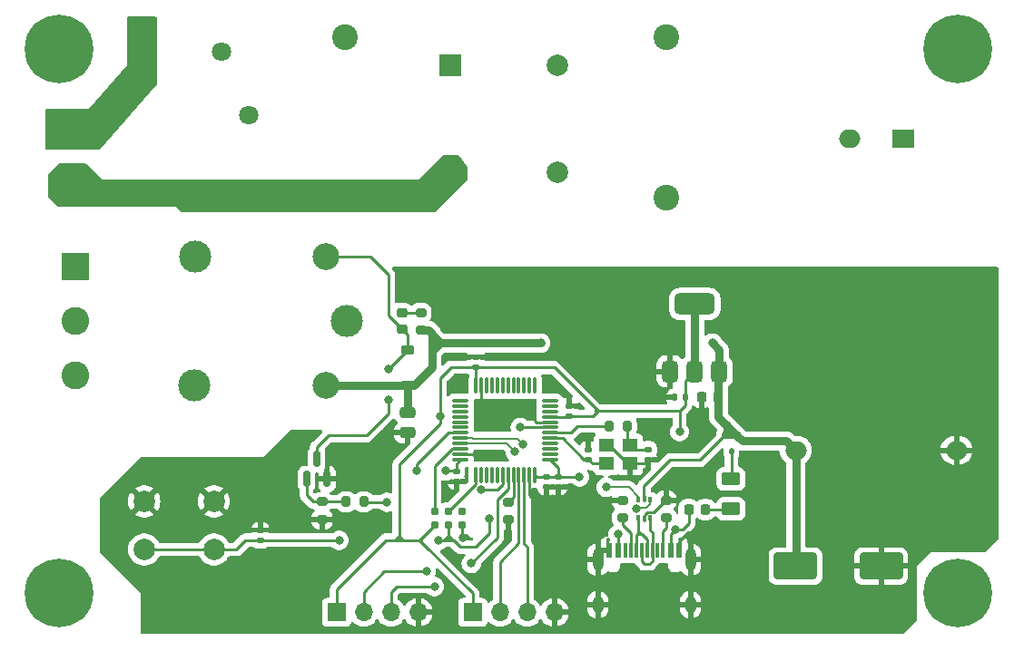
<source format=gbr>
%TF.GenerationSoftware,KiCad,Pcbnew,8.0.1*%
%TF.CreationDate,2024-04-05T21:06:31+06:30*%
%TF.ProjectId,STM32_base,53544d33-325f-4626-9173-652e6b696361,rev?*%
%TF.SameCoordinates,PX48ab840PY853a720*%
%TF.FileFunction,Copper,L1,Top*%
%TF.FilePolarity,Positive*%
%FSLAX46Y46*%
G04 Gerber Fmt 4.6, Leading zero omitted, Abs format (unit mm)*
G04 Created by KiCad (PCBNEW 8.0.1) date 2024-04-05 21:06:31*
%MOMM*%
%LPD*%
G01*
G04 APERTURE LIST*
G04 Aperture macros list*
%AMRoundRect*
0 Rectangle with rounded corners*
0 $1 Rounding radius*
0 $2 $3 $4 $5 $6 $7 $8 $9 X,Y pos of 4 corners*
0 Add a 4 corners polygon primitive as box body*
4,1,4,$2,$3,$4,$5,$6,$7,$8,$9,$2,$3,0*
0 Add four circle primitives for the rounded corners*
1,1,$1+$1,$2,$3*
1,1,$1+$1,$4,$5*
1,1,$1+$1,$6,$7*
1,1,$1+$1,$8,$9*
0 Add four rect primitives between the rounded corners*
20,1,$1+$1,$2,$3,$4,$5,0*
20,1,$1+$1,$4,$5,$6,$7,0*
20,1,$1+$1,$6,$7,$8,$9,0*
20,1,$1+$1,$8,$9,$2,$3,0*%
G04 Aperture macros list end*
%TA.AperFunction,Conductor*%
%ADD10C,0.200000*%
%TD*%
%TA.AperFunction,SMDPad,CuDef*%
%ADD11RoundRect,0.250000X0.625000X-0.375000X0.625000X0.375000X-0.625000X0.375000X-0.625000X-0.375000X0*%
%TD*%
%TA.AperFunction,ComponentPad*%
%ADD12C,0.800000*%
%TD*%
%TA.AperFunction,ComponentPad*%
%ADD13C,6.400000*%
%TD*%
%TA.AperFunction,SMDPad,CuDef*%
%ADD14RoundRect,0.140000X0.170000X-0.140000X0.170000X0.140000X-0.170000X0.140000X-0.170000X-0.140000X0*%
%TD*%
%TA.AperFunction,SMDPad,CuDef*%
%ADD15RoundRect,0.200000X-0.200000X-0.275000X0.200000X-0.275000X0.200000X0.275000X-0.200000X0.275000X0*%
%TD*%
%TA.AperFunction,ComponentPad*%
%ADD16C,1.800000*%
%TD*%
%TA.AperFunction,ComponentPad*%
%ADD17R,1.700000X1.700000*%
%TD*%
%TA.AperFunction,ComponentPad*%
%ADD18O,1.700000X1.700000*%
%TD*%
%TA.AperFunction,ComponentPad*%
%ADD19R,2.600000X2.600000*%
%TD*%
%TA.AperFunction,ComponentPad*%
%ADD20C,2.600000*%
%TD*%
%TA.AperFunction,SMDPad,CuDef*%
%ADD21RoundRect,0.112500X-0.112500X0.187500X-0.112500X-0.187500X0.112500X-0.187500X0.112500X0.187500X0*%
%TD*%
%TA.AperFunction,ComponentPad*%
%ADD22C,2.400000*%
%TD*%
%TA.AperFunction,ConnectorPad*%
%ADD23C,0.787400*%
%TD*%
%TA.AperFunction,SMDPad,CuDef*%
%ADD24RoundRect,0.140000X-0.170000X0.140000X-0.170000X-0.140000X0.170000X-0.140000X0.170000X0.140000X0*%
%TD*%
%TA.AperFunction,SMDPad,CuDef*%
%ADD25R,1.400000X1.200000*%
%TD*%
%TA.AperFunction,SMDPad,CuDef*%
%ADD26RoundRect,0.250000X-0.475000X0.250000X-0.475000X-0.250000X0.475000X-0.250000X0.475000X0.250000X0*%
%TD*%
%TA.AperFunction,SMDPad,CuDef*%
%ADD27RoundRect,0.218750X-0.218750X-0.256250X0.218750X-0.256250X0.218750X0.256250X-0.218750X0.256250X0*%
%TD*%
%TA.AperFunction,SMDPad,CuDef*%
%ADD28RoundRect,0.150000X0.150000X-0.587500X0.150000X0.587500X-0.150000X0.587500X-0.150000X-0.587500X0*%
%TD*%
%TA.AperFunction,SMDPad,CuDef*%
%ADD29RoundRect,0.200000X0.275000X-0.200000X0.275000X0.200000X-0.275000X0.200000X-0.275000X-0.200000X0*%
%TD*%
%TA.AperFunction,SMDPad,CuDef*%
%ADD30RoundRect,0.200000X0.200000X0.275000X-0.200000X0.275000X-0.200000X-0.275000X0.200000X-0.275000X0*%
%TD*%
%TA.AperFunction,SMDPad,CuDef*%
%ADD31R,0.600000X1.450000*%
%TD*%
%TA.AperFunction,SMDPad,CuDef*%
%ADD32R,0.300000X1.450000*%
%TD*%
%TA.AperFunction,ComponentPad*%
%ADD33O,1.000000X2.100000*%
%TD*%
%TA.AperFunction,ComponentPad*%
%ADD34O,1.000000X1.600000*%
%TD*%
%TA.AperFunction,SMDPad,CuDef*%
%ADD35RoundRect,0.218750X0.256250X-0.218750X0.256250X0.218750X-0.256250X0.218750X-0.256250X-0.218750X0*%
%TD*%
%TA.AperFunction,ComponentPad*%
%ADD36R,2.000000X2.000000*%
%TD*%
%TA.AperFunction,ComponentPad*%
%ADD37C,2.000000*%
%TD*%
%TA.AperFunction,SMDPad,CuDef*%
%ADD38RoundRect,0.200000X-0.275000X0.200000X-0.275000X-0.200000X0.275000X-0.200000X0.275000X0.200000X0*%
%TD*%
%TA.AperFunction,ComponentPad*%
%ADD39C,3.000000*%
%TD*%
%TA.AperFunction,ComponentPad*%
%ADD40C,2.500000*%
%TD*%
%TA.AperFunction,SMDPad,CuDef*%
%ADD41RoundRect,0.075000X0.662500X0.075000X-0.662500X0.075000X-0.662500X-0.075000X0.662500X-0.075000X0*%
%TD*%
%TA.AperFunction,SMDPad,CuDef*%
%ADD42RoundRect,0.075000X0.075000X0.662500X-0.075000X0.662500X-0.075000X-0.662500X0.075000X-0.662500X0*%
%TD*%
%TA.AperFunction,SMDPad,CuDef*%
%ADD43RoundRect,0.225000X0.375000X-0.225000X0.375000X0.225000X-0.375000X0.225000X-0.375000X-0.225000X0*%
%TD*%
%TA.AperFunction,SMDPad,CuDef*%
%ADD44RoundRect,0.375000X0.375000X-0.625000X0.375000X0.625000X-0.375000X0.625000X-0.375000X-0.625000X0*%
%TD*%
%TA.AperFunction,SMDPad,CuDef*%
%ADD45RoundRect,0.500000X1.400000X-0.500000X1.400000X0.500000X-1.400000X0.500000X-1.400000X-0.500000X0*%
%TD*%
%TA.AperFunction,SMDPad,CuDef*%
%ADD46RoundRect,0.225000X0.225000X0.250000X-0.225000X0.250000X-0.225000X-0.250000X0.225000X-0.250000X0*%
%TD*%
%TA.AperFunction,SMDPad,CuDef*%
%ADD47RoundRect,0.250000X-1.750000X-1.000000X1.750000X-1.000000X1.750000X1.000000X-1.750000X1.000000X0*%
%TD*%
%TA.AperFunction,SMDPad,CuDef*%
%ADD48RoundRect,0.140000X0.140000X0.170000X-0.140000X0.170000X-0.140000X-0.170000X0.140000X-0.170000X0*%
%TD*%
%TA.AperFunction,SMDPad,CuDef*%
%ADD49RoundRect,0.093750X0.093750X-0.156250X0.093750X0.156250X-0.093750X0.156250X-0.093750X-0.156250X0*%
%TD*%
%TA.AperFunction,SMDPad,CuDef*%
%ADD50RoundRect,0.075000X0.075000X-0.250000X0.075000X0.250000X-0.075000X0.250000X-0.075000X-0.250000X0*%
%TD*%
%TA.AperFunction,ComponentPad*%
%ADD51R,2.000000X1.700000*%
%TD*%
%TA.AperFunction,ComponentPad*%
%ADD52O,2.000000X1.700000*%
%TD*%
%TA.AperFunction,ViaPad*%
%ADD53C,0.800000*%
%TD*%
%TA.AperFunction,Conductor*%
%ADD54C,0.254000*%
%TD*%
%TA.AperFunction,Conductor*%
%ADD55C,0.250000*%
%TD*%
%TA.AperFunction,Conductor*%
%ADD56C,0.762000*%
%TD*%
G04 APERTURE END LIST*
D10*
%TO.N,+3V3*%
X55118000Y22352000D02*
X55118000Y21844000D01*
%TD*%
D11*
%TO.P,F1,1*%
%TO.N,Net-(F1-Pad1)*%
X67767200Y12976400D03*
%TO.P,F1,2*%
%TO.N,Net-(D1-A)*%
X67767200Y15776400D03*
%TD*%
D12*
%TO.P,H3,1,1*%
%TO.N,unconnected-(H3-Pad1)_3*%
X86500000Y5080000D03*
%TO.N,unconnected-(H3-Pad1)_6*%
X87202944Y6777056D03*
%TO.N,unconnected-(H3-Pad1)*%
X87202944Y3382944D03*
%TO.N,unconnected-(H3-Pad1)_5*%
X88900000Y7480000D03*
D13*
%TO.N,unconnected-(H3-Pad1)_7*%
X88900000Y5080000D03*
D12*
%TO.N,unconnected-(H3-Pad1)_0*%
X88900000Y2680000D03*
%TO.N,unconnected-(H3-Pad1)_2*%
X90597056Y6777056D03*
%TO.N,unconnected-(H3-Pad1)_4*%
X90597056Y3382944D03*
%TO.N,unconnected-(H3-Pad1)_1*%
X91300000Y5080000D03*
%TD*%
D14*
%TO.P,C6,1*%
%TO.N,/OSC_IN*%
X54483000Y17554000D03*
%TO.P,C6,2*%
%TO.N,GND*%
X54483000Y18514000D03*
%TD*%
D15*
%TO.P,R2,1*%
%TO.N,/OSC_OUT*%
X56452000Y20701000D03*
%TO.P,R2,2*%
%TO.N,Net-(C8-Pad1)*%
X58102000Y20701000D03*
%TD*%
D16*
%TO.P,TH1,1*%
%TO.N,Net-(C9-Pad1)*%
X20260000Y55642000D03*
%TO.P,TH1,2*%
%TO.N,LINE*%
X12760000Y57642000D03*
%TD*%
D17*
%TO.P,J4,1,Pin_1*%
%TO.N,+3V3*%
X43688000Y3302000D03*
D18*
%TO.P,J4,2,Pin_2*%
%TO.N,I2C1_SCL*%
X46228000Y3302000D03*
%TO.P,J4,3,Pin_3*%
%TO.N,I2C1_SDA*%
X48768000Y3302000D03*
%TO.P,J4,4,Pin_4*%
%TO.N,GND*%
X51308000Y3302000D03*
%TD*%
D19*
%TO.P,J6,1,Pin_1*%
%TO.N,Net-(J6-Pin_1)*%
X6604000Y35565000D03*
D20*
%TO.P,J6,2,Pin_2*%
%TO.N,Net-(J6-Pin_2)*%
X6604000Y30485000D03*
%TO.P,J6,3,Pin_3*%
%TO.N,Net-(J6-Pin_3)*%
X6604000Y25405000D03*
%TD*%
D14*
%TO.P,C7,1*%
%TO.N,NRST*%
X23876000Y10035600D03*
%TO.P,C7,2*%
%TO.N,GND*%
X23876000Y10995600D03*
%TD*%
D21*
%TO.P,D1,1,K*%
%TO.N,+5V*%
X67818000Y20404800D03*
%TO.P,D1,2,A*%
%TO.N,Net-(D1-A)*%
X67818000Y18304800D03*
%TD*%
D22*
%TO.P,C10,1*%
%TO.N,/LINE-OUT*%
X61722000Y57030000D03*
%TO.P,C10,2*%
%TO.N,/NEUT-OUT*%
X61722000Y42030000D03*
%TD*%
D23*
%TO.P,J1,1,VCC*%
%TO.N,+3V3*%
X40132000Y11430000D03*
%TO.P,J1,2,SWDIO*%
%TO.N,SWDIO*%
X40132000Y12700000D03*
%TO.P,J1,3,~{RESET}*%
%TO.N,NRST*%
X41402000Y11430000D03*
%TO.P,J1,4,SWCLK*%
%TO.N,SWCLK*%
X41402000Y12700000D03*
%TO.P,J1,5,GND*%
%TO.N,GND*%
X42672000Y11430000D03*
%TO.P,J1,6,SWO*%
%TO.N,unconnected-(J1-SWO-Pad6)*%
X42672000Y12700000D03*
%TD*%
D14*
%TO.P,C3,1*%
%TO.N,+3V3*%
X52705000Y21618000D03*
%TO.P,C3,2*%
%TO.N,GND*%
X52705000Y22578000D03*
%TD*%
D24*
%TO.P,C5,1*%
%TO.N,+3V3*%
X42164000Y16482000D03*
%TO.P,C5,2*%
%TO.N,GND*%
X42164000Y15522000D03*
%TD*%
D25*
%TO.P,Y1,1,1*%
%TO.N,/OSC_IN*%
X56177000Y17184000D03*
%TO.P,Y1,2,2*%
%TO.N,GND*%
X58377000Y17184000D03*
%TO.P,Y1,3,3*%
%TO.N,Net-(C8-Pad1)*%
X58377000Y18884000D03*
%TO.P,Y1,4,4*%
%TO.N,GND*%
X56177000Y18884000D03*
%TD*%
D26*
%TO.P,C14,1*%
%TO.N,+5V*%
X37592000Y21972000D03*
%TO.P,C14,2*%
%TO.N,GND*%
X37592000Y20072000D03*
%TD*%
D27*
%TO.P,FB1,1*%
%TO.N,VBUS*%
X63830100Y12903200D03*
%TO.P,FB1,2*%
%TO.N,Net-(F1-Pad1)*%
X65405100Y12903200D03*
%TD*%
D28*
%TO.P,Q1,1,B*%
%TO.N,Net-(Q1-B)*%
X28194000Y15748000D03*
%TO.P,Q1,2,E*%
%TO.N,GND*%
X30094000Y15748000D03*
%TO.P,Q1,3,C*%
%TO.N,Net-(D2-K)*%
X29144000Y17623000D03*
%TD*%
D29*
%TO.P,R7,1*%
%TO.N,GND*%
X29652000Y11972000D03*
%TO.P,R7,2*%
%TO.N,Net-(Q1-B)*%
X29652000Y13622000D03*
%TD*%
D30*
%TO.P,R6,1*%
%TO.N,Relay_Ctrl*%
X33525000Y13622000D03*
%TO.P,R6,2*%
%TO.N,Net-(Q1-B)*%
X31875000Y13622000D03*
%TD*%
D31*
%TO.P,J5,A1,GND*%
%TO.N,GND*%
X56440000Y9125000D03*
%TO.P,J5,A4,VBUS*%
%TO.N,VBUS*%
X57240000Y9125000D03*
D32*
%TO.P,J5,A5,CC1*%
%TO.N,/CC1*%
X58440000Y9125000D03*
%TO.P,J5,A6,D+*%
%TO.N,Net-(J5-D+-PadA6)*%
X59440000Y9125000D03*
%TO.P,J5,A7,D-*%
%TO.N,Net-(J5-D--PadA7)*%
X59940000Y9125000D03*
%TO.P,J5,A8*%
%TO.N,N/C*%
X60940000Y9125000D03*
D31*
%TO.P,J5,A9,VBUS*%
%TO.N,VBUS*%
X62140000Y9125000D03*
%TO.P,J5,A12,GND*%
%TO.N,GND*%
X62940000Y9125000D03*
%TO.P,J5,B1,GND*%
X62940000Y9125000D03*
%TO.P,J5,B4,VBUS*%
%TO.N,VBUS*%
X62140000Y9125000D03*
D32*
%TO.P,J5,B5,CC2*%
%TO.N,/CC2*%
X61440000Y9125000D03*
%TO.P,J5,B6,D+*%
%TO.N,Net-(J5-D+-PadA6)*%
X60440000Y9125000D03*
%TO.P,J5,B7,D-*%
%TO.N,Net-(J5-D--PadA7)*%
X58940000Y9125000D03*
%TO.P,J5,B8*%
%TO.N,N/C*%
X57940000Y9125000D03*
D31*
%TO.P,J5,B9,VBUS*%
%TO.N,VBUS*%
X57240000Y9125000D03*
%TO.P,J5,B12,GND*%
%TO.N,GND*%
X56440000Y9125000D03*
D33*
%TO.P,J5,S1,SHIELD*%
X55370000Y8210000D03*
D34*
X55370000Y4030000D03*
D33*
X64010000Y8210000D03*
D34*
X64010000Y4030000D03*
%TD*%
D19*
%TO.P,J3,1,Pin_1*%
%TO.N,LINE*%
X6299000Y48392000D03*
D20*
%TO.P,J3,2,Pin_2*%
%TO.N,NEUT*%
X6299000Y43312000D03*
%TD*%
D35*
%TO.P,D2,1,K*%
%TO.N,Net-(D2-K)*%
X37084000Y29712500D03*
%TO.P,D2,2,A*%
%TO.N,Net-(D2-A)*%
X37084000Y31287500D03*
%TD*%
D14*
%TO.P,C4,1*%
%TO.N,+3V3*%
X43992800Y26190000D03*
%TO.P,C4,2*%
%TO.N,GND*%
X43992800Y27150000D03*
%TD*%
D36*
%TO.P,FL1,1,1*%
%TO.N,Net-(C9-Pad1)*%
X41624500Y54387500D03*
D37*
%TO.P,FL1,2,2*%
%TO.N,/LINE-OUT*%
X51624500Y54387500D03*
%TO.P,FL1,3,3*%
%TO.N,NEUT*%
X41624500Y44387500D03*
%TO.P,FL1,4,4*%
%TO.N,/NEUT-OUT*%
X51624500Y44387500D03*
%TD*%
D17*
%TO.P,J2,1,Pin_1*%
%TO.N,+3V3*%
X30988000Y3302000D03*
D18*
%TO.P,J2,2,Pin_2*%
%TO.N,USART1_TX*%
X33528000Y3302000D03*
%TO.P,J2,3,Pin_3*%
%TO.N,USART1_RX*%
X36068000Y3302000D03*
%TO.P,J2,4,Pin_4*%
%TO.N,GND*%
X38608000Y3302000D03*
%TD*%
D38*
%TO.P,R1,1*%
%TO.N,/BOOT0*%
X46990000Y13588000D03*
%TO.P,R1,2*%
%TO.N,GND*%
X46990000Y11938000D03*
%TD*%
D39*
%TO.P,K1,1*%
%TO.N,Net-(J6-Pin_2)*%
X31930000Y30480000D03*
D40*
%TO.P,K1,2*%
%TO.N,Net-(D2-K)*%
X29980000Y36530000D03*
D39*
%TO.P,K1,3*%
%TO.N,Net-(J6-Pin_1)*%
X17780000Y36530000D03*
%TO.P,K1,4*%
%TO.N,Net-(J6-Pin_3)*%
X17730000Y24480000D03*
D40*
%TO.P,K1,5*%
%TO.N,+5V*%
X29980000Y24530000D03*
%TD*%
D41*
%TO.P,U1,1,VBAT*%
%TO.N,+3V3*%
X50898500Y17570000D03*
%TO.P,U1,2,PC13*%
%TO.N,unconnected-(U1-PC13-Pad2)*%
X50898500Y18070000D03*
%TO.P,U1,3,PC14*%
%TO.N,unconnected-(U1-PC14-Pad3)*%
X50898500Y18570000D03*
%TO.P,U1,4,PC15*%
%TO.N,unconnected-(U1-PC15-Pad4)*%
X50898500Y19070000D03*
%TO.P,U1,5,PD0*%
%TO.N,/OSC_IN*%
X50898500Y19570000D03*
%TO.P,U1,6,PD1*%
%TO.N,/OSC_OUT*%
X50898500Y20070000D03*
%TO.P,U1,7,NRST*%
%TO.N,NRST*%
X50898500Y20570000D03*
%TO.P,U1,8,VSSA*%
%TO.N,GND*%
X50898500Y21070000D03*
%TO.P,U1,9,VDDA*%
%TO.N,+3V3*%
X50898500Y21570000D03*
%TO.P,U1,10,PA0*%
%TO.N,unconnected-(U1-PA0-Pad10)*%
X50898500Y22070000D03*
%TO.P,U1,11,PA1*%
%TO.N,unconnected-(U1-PA1-Pad11)*%
X50898500Y22570000D03*
%TO.P,U1,12,PA2*%
%TO.N,unconnected-(U1-PA2-Pad12)*%
X50898500Y23070000D03*
D42*
%TO.P,U1,13,PA3*%
%TO.N,unconnected-(U1-PA3-Pad13)*%
X49486000Y24482500D03*
%TO.P,U1,14,PA4*%
%TO.N,unconnected-(U1-PA4-Pad14)*%
X48986000Y24482500D03*
%TO.P,U1,15,PA5*%
%TO.N,unconnected-(U1-PA5-Pad15)*%
X48486000Y24482500D03*
%TO.P,U1,16,PA6*%
%TO.N,unconnected-(U1-PA6-Pad16)*%
X47986000Y24482500D03*
%TO.P,U1,17,PA7*%
%TO.N,unconnected-(U1-PA7-Pad17)*%
X47486000Y24482500D03*
%TO.P,U1,18,PB0*%
%TO.N,unconnected-(U1-PB0-Pad18)*%
X46986000Y24482500D03*
%TO.P,U1,19,PB1*%
%TO.N,unconnected-(U1-PB1-Pad19)*%
X46486000Y24482500D03*
%TO.P,U1,20,PB2*%
%TO.N,unconnected-(U1-PB2-Pad20)*%
X45986000Y24482500D03*
%TO.P,U1,21,PB10*%
%TO.N,unconnected-(U1-PB10-Pad21)*%
X45486000Y24482500D03*
%TO.P,U1,22,PB11*%
%TO.N,unconnected-(U1-PB11-Pad22)*%
X44986000Y24482500D03*
%TO.P,U1,23,VSS*%
%TO.N,GND*%
X44486000Y24482500D03*
%TO.P,U1,24,VDD*%
%TO.N,+3V3*%
X43986000Y24482500D03*
D41*
%TO.P,U1,25,PB12*%
%TO.N,unconnected-(U1-PB12-Pad25)*%
X42573500Y23070000D03*
%TO.P,U1,26,PB13*%
%TO.N,unconnected-(U1-PB13-Pad26)*%
X42573500Y22570000D03*
%TO.P,U1,27,PB14*%
%TO.N,unconnected-(U1-PB14-Pad27)*%
X42573500Y22070000D03*
%TO.P,U1,28,PB15*%
%TO.N,unconnected-(U1-PB15-Pad28)*%
X42573500Y21570000D03*
%TO.P,U1,29,PA8*%
%TO.N,unconnected-(U1-PA8-Pad29)*%
X42573500Y21070000D03*
%TO.P,U1,30,PA9*%
%TO.N,unconnected-(U1-PA9-Pad30)*%
X42573500Y20570000D03*
%TO.P,U1,31,PA10*%
%TO.N,Relay_Ctrl*%
X42573500Y20070000D03*
%TO.P,U1,32,PA11*%
%TO.N,USB_D-*%
X42573500Y19570000D03*
%TO.P,U1,33,PA12*%
%TO.N,USB_D+*%
X42573500Y19070000D03*
%TO.P,U1,34,PA13*%
%TO.N,SWDIO*%
X42573500Y18570000D03*
%TO.P,U1,35,VSS*%
%TO.N,GND*%
X42573500Y18070000D03*
%TO.P,U1,36,VDD*%
%TO.N,+3V3*%
X42573500Y17570000D03*
D42*
%TO.P,U1,37,PA14*%
%TO.N,SWCLK*%
X43986000Y16157500D03*
%TO.P,U1,38,PA15*%
%TO.N,unconnected-(U1-PA15-Pad38)*%
X44486000Y16157500D03*
%TO.P,U1,39,PB3*%
%TO.N,unconnected-(U1-PB3-Pad39)*%
X44986000Y16157500D03*
%TO.P,U1,40,PB4*%
%TO.N,unconnected-(U1-PB4-Pad40)*%
X45486000Y16157500D03*
%TO.P,U1,41,PB5*%
%TO.N,unconnected-(U1-PB5-Pad41)*%
X45986000Y16157500D03*
%TO.P,U1,42,PB6*%
%TO.N,USART1_TX*%
X46486000Y16157500D03*
%TO.P,U1,43,PB7*%
%TO.N,USART1_RX*%
X46986000Y16157500D03*
%TO.P,U1,44,BOOT0*%
%TO.N,/BOOT0*%
X47486000Y16157500D03*
%TO.P,U1,45,PB8*%
%TO.N,I2C1_SCL*%
X47986000Y16157500D03*
%TO.P,U1,46,PB9*%
%TO.N,I2C1_SDA*%
X48486000Y16157500D03*
%TO.P,U1,47,VSS*%
%TO.N,GND*%
X48986000Y16157500D03*
%TO.P,U1,48,VDD*%
%TO.N,+3V3*%
X49486000Y16157500D03*
%TD*%
D43*
%TO.P,D3,1,K*%
%TO.N,+5V*%
X37592000Y24530000D03*
%TO.P,D3,2,A*%
%TO.N,Net-(D2-K)*%
X37592000Y27830000D03*
%TD*%
D44*
%TO.P,U3,1,GND*%
%TO.N,GND*%
X62089000Y25806000D03*
%TO.P,U3,2,VO*%
%TO.N,+3V3*%
X64389000Y25806000D03*
D45*
X64389000Y32106000D03*
D44*
%TO.P,U3,3,VI*%
%TO.N,+5V*%
X66689000Y25806000D03*
%TD*%
D37*
%TO.P,SW1,1*%
%TO.N,GND*%
X13058000Y13680000D03*
X19558000Y13680000D03*
%TO.P,SW1,2*%
%TO.N,NRST*%
X13058000Y9180000D03*
X19558000Y9180000D03*
%TD*%
D46*
%TO.P,C12,1*%
%TO.N,+5V*%
X66589000Y23368000D03*
%TO.P,C12,2*%
%TO.N,GND*%
X65039000Y23368000D03*
%TD*%
D12*
%TO.P,H4,1,1*%
%TO.N,unconnected-(H4-Pad1)_1*%
X2680000Y55880000D03*
%TO.N,unconnected-(H4-Pad1)_4*%
X3382944Y57577056D03*
%TO.N,unconnected-(H4-Pad1)_2*%
X3382944Y54182944D03*
%TO.N,unconnected-(H4-Pad1)*%
X5080000Y58280000D03*
D13*
%TO.N,unconnected-(H4-Pad1)_3*%
X5080000Y55880000D03*
D12*
%TO.N,unconnected-(H4-Pad1)_5*%
X5080000Y53480000D03*
%TO.N,unconnected-(H4-Pad1)_7*%
X6777056Y57577056D03*
%TO.N,unconnected-(H4-Pad1)_6*%
X6777056Y54182944D03*
%TO.N,unconnected-(H4-Pad1)_0*%
X7480000Y55880000D03*
%TD*%
D38*
%TO.P,R5,1*%
%TO.N,Net-(D2-A)*%
X38862000Y31305000D03*
%TO.P,R5,2*%
%TO.N,+5V*%
X38862000Y29655000D03*
%TD*%
D22*
%TO.P,C9,1*%
%TO.N,Net-(C9-Pad1)*%
X31750000Y57030000D03*
%TO.P,C9,2*%
%TO.N,NEUT*%
X31750000Y42030000D03*
%TD*%
D16*
%TO.P,RV1,1*%
%TO.N,Net-(C9-Pad1)*%
X22844000Y49724000D03*
%TO.P,RV1,2*%
%TO.N,NEUT*%
X20844000Y42224000D03*
%TD*%
D47*
%TO.P,C11,1*%
%TO.N,+5V*%
X73787000Y7620000D03*
%TO.P,C11,2*%
%TO.N,GND*%
X81787000Y7620000D03*
%TD*%
D29*
%TO.P,R3,1*%
%TO.N,/CC2*%
X61722900Y12129000D03*
%TO.P,R3,2*%
%TO.N,GND*%
X61722900Y13779000D03*
%TD*%
D24*
%TO.P,C1,1*%
%TO.N,+3V3*%
X50546000Y15974000D03*
%TO.P,C1,2*%
%TO.N,GND*%
X50546000Y15014000D03*
%TD*%
D48*
%TO.P,C13,1*%
%TO.N,+3V3*%
X63500000Y23368000D03*
%TO.P,C13,2*%
%TO.N,GND*%
X62540000Y23368000D03*
%TD*%
D29*
%TO.P,R4,1*%
%TO.N,/CC1*%
X57658900Y12129000D03*
%TO.P,R4,2*%
%TO.N,GND*%
X57658900Y13779000D03*
%TD*%
D12*
%TO.P,H2,1,1*%
%TO.N,unconnected-(H2-Pad1)_6*%
X86500000Y55880000D03*
%TO.N,unconnected-(H2-Pad1)*%
X87202944Y57577056D03*
%TO.N,unconnected-(H2-Pad1)_2*%
X87202944Y54182944D03*
%TO.N,unconnected-(H2-Pad1)_1*%
X88900000Y58280000D03*
D13*
%TO.N,unconnected-(H2-Pad1)_0*%
X88900000Y55880000D03*
D12*
%TO.N,unconnected-(H2-Pad1)_5*%
X88900000Y53480000D03*
%TO.N,unconnected-(H2-Pad1)_3*%
X90597056Y57577056D03*
%TO.N,unconnected-(H2-Pad1)_7*%
X90597056Y54182944D03*
%TO.N,unconnected-(H2-Pad1)_4*%
X91300000Y55880000D03*
%TD*%
D49*
%TO.P,U2,1,I/O1*%
%TO.N,Net-(J5-D--PadA7)*%
X59153400Y12104000D03*
D50*
%TO.P,U2,2,GND*%
%TO.N,GND*%
X59690900Y12029000D03*
D49*
%TO.P,U2,3,I/O2*%
%TO.N,Net-(J5-D+-PadA6)*%
X60228400Y12104000D03*
%TO.P,U2,4,I/O2*%
%TO.N,USB_D+*%
X60228400Y13804000D03*
D50*
%TO.P,U2,5,VBUS*%
%TO.N,+5V*%
X59690900Y13879000D03*
D49*
%TO.P,U2,6,I/O1*%
%TO.N,USB_D-*%
X59153400Y13804000D03*
%TD*%
D12*
%TO.P,H1,1,1*%
%TO.N,unconnected-(H1-Pad1)_0*%
X2680000Y5080000D03*
%TO.N,unconnected-(H1-Pad1)_4*%
X3382944Y6777056D03*
%TO.N,unconnected-(H1-Pad1)_6*%
X3382944Y3382944D03*
%TO.N,unconnected-(H1-Pad1)_5*%
X5080000Y7480000D03*
D13*
%TO.N,unconnected-(H1-Pad1)_1*%
X5080000Y5080000D03*
D12*
%TO.N,unconnected-(H1-Pad1)_3*%
X5080000Y2680000D03*
%TO.N,unconnected-(H1-Pad1)_2*%
X6777056Y6777056D03*
%TO.N,unconnected-(H1-Pad1)_7*%
X6777056Y3382944D03*
%TO.N,unconnected-(H1-Pad1)*%
X7480000Y5080000D03*
%TD*%
D51*
%TO.P,PS1,1,AC/L*%
%TO.N,/LINE-OUT*%
X83820000Y47517500D03*
D52*
%TO.P,PS1,2,AC/N*%
%TO.N,/NEUT-OUT*%
X78820000Y47517500D03*
%TO.P,PS1,3,-Vout*%
%TO.N,GND*%
X88820000Y18437500D03*
%TO.P,PS1,4,+Vout*%
%TO.N,+5V*%
X73820000Y18437500D03*
%TD*%
D24*
%TO.P,C2,1*%
%TO.N,+3V3*%
X51689000Y15974000D03*
%TO.P,C2,2*%
%TO.N,GND*%
X51689000Y15014000D03*
%TD*%
%TO.P,C8,1*%
%TO.N,Net-(C8-Pad1)*%
X60071000Y18514000D03*
%TO.P,C8,2*%
%TO.N,GND*%
X60071000Y17554000D03*
%TD*%
D53*
%TO.N,GND*%
X65481200Y10820400D03*
%TO.N,VBUS*%
X62585600Y11074400D03*
X57251600Y10617200D03*
%TO.N,+3V3*%
X62992000Y20167600D03*
X53644800Y15951200D03*
X40640000Y21590000D03*
X41148000Y16510000D03*
%TO.N,GND*%
X70612000Y12446000D03*
X59436000Y4064000D03*
X64617600Y15748000D03*
X78359000Y11049000D03*
X22225000Y4191000D03*
X16891000Y5080000D03*
X60096400Y20878800D03*
X69088000Y7239000D03*
X44069000Y18034000D03*
X44831000Y6477000D03*
X44958000Y22733000D03*
X48895000Y21844000D03*
X49657000Y13589000D03*
X23241000Y15113000D03*
X56769000Y25273000D03*
X65151000Y19812000D03*
X77978000Y4572000D03*
X42672000Y32258000D03*
X88265000Y12192000D03*
X16256000Y11811000D03*
X51054000Y24384000D03*
X42799000Y10287000D03*
X34036000Y16891000D03*
X42291000Y24638000D03*
X41275000Y14478000D03*
X24384000Y7493000D03*
X52451000Y10414000D03*
X53213000Y32131000D03*
X41148000Y3302000D03*
X54483000Y19685000D03*
%TO.N,NRST*%
X31242000Y10033000D03*
X48133000Y20574000D03*
X45212000Y12065000D03*
X40513000Y10033000D03*
%TO.N,NEUT*%
X39370000Y42164000D03*
X12192000Y42418000D03*
X35560000Y42164000D03*
X9652000Y42418000D03*
X23114000Y42164000D03*
X17780000Y42418000D03*
X15240000Y42418000D03*
X25654000Y42164000D03*
X28702000Y42164000D03*
%TO.N,+5V*%
X66040000Y28448000D03*
X50038000Y28448000D03*
%TO.N,LINE*%
X10668000Y51816000D03*
X12700000Y51816000D03*
X8636000Y49276000D03*
X11684000Y52832000D03*
X13208000Y53340000D03*
X9144000Y47752000D03*
X12700000Y54610000D03*
X9144000Y50800000D03*
X10160000Y49276000D03*
X11176000Y50292000D03*
%TO.N,USART1_RX*%
X43561000Y7874000D03*
X40132000Y5715000D03*
%TO.N,USART1_TX*%
X44455708Y14725573D03*
X39370000Y7112000D03*
%TO.N,USB_D+*%
X58978800Y12954000D03*
X47634768Y18297768D03*
%TO.N,USB_D-*%
X56134000Y14986000D03*
X48377232Y19040232D03*
%TO.N,Relay_Ctrl*%
X38481000Y16510000D03*
X35687000Y13589000D03*
%TO.N,Net-(D2-K)*%
X35814000Y26052000D03*
X35814000Y23114000D03*
%TD*%
D54*
%TO.N,+3V3*%
X40640000Y25146000D02*
X41684000Y26190000D01*
X40640000Y21590000D02*
X40640000Y25146000D01*
X41684000Y26190000D02*
X43992800Y26190000D01*
%TO.N,Net-(F1-Pad1)*%
X67840400Y12903200D02*
X67868800Y12874800D01*
X65405100Y12903200D02*
X67840400Y12903200D01*
%TO.N,Net-(D1-A)*%
X67818000Y15827200D02*
X67818000Y18304800D01*
X67868800Y15776400D02*
X67818000Y15827200D01*
D10*
%TO.N,USB_D+*%
X60228400Y13441600D02*
X60228400Y13804000D01*
X59132800Y13108000D02*
X59894800Y13108000D01*
X59894800Y13108000D02*
X60228400Y13441600D01*
X58978800Y12954000D02*
X59132800Y13108000D01*
D54*
%TO.N,VBUS*%
X63830100Y11607700D02*
X63830100Y12903200D01*
X63296800Y11074400D02*
X63830100Y11607700D01*
X62585600Y11074400D02*
X63296800Y11074400D01*
%TO.N,GND*%
X63804800Y10820400D02*
X65481200Y10820400D01*
X62940000Y9125000D02*
X62940000Y9955600D01*
X62940000Y9955600D02*
X63804800Y10820400D01*
X60585400Y12681000D02*
X61683400Y13779000D01*
X61683400Y13779000D02*
X61722900Y13779000D01*
X59957772Y12681000D02*
X60585400Y12681000D01*
X59690900Y12414128D02*
X59957772Y12681000D01*
X59690900Y12029000D02*
X59690900Y12414128D01*
%TO.N,VBUS*%
X62140000Y10628800D02*
X62585600Y11074400D01*
X62140000Y9125000D02*
X62140000Y10628800D01*
%TO.N,/CC2*%
X61722900Y11176900D02*
X61722900Y12129000D01*
X61440000Y10894000D02*
X61722900Y11176900D01*
X61440000Y9125000D02*
X61440000Y10894000D01*
D55*
%TO.N,VBUS*%
X57251600Y9136600D02*
X57240000Y9125000D01*
X57251600Y10617200D02*
X57251600Y9136600D01*
D56*
%TO.N,+5V*%
X68249800Y19888200D02*
X67284600Y19888200D01*
X68351400Y19786600D02*
X68249800Y19888200D01*
X68351400Y19786600D02*
X68834000Y19304000D01*
X67767200Y20370800D02*
X68351400Y19786600D01*
X67386200Y20751800D02*
X67386200Y19989800D01*
X67208400Y20929600D02*
X67386200Y20751800D01*
D54*
X67284600Y19888200D02*
X64922400Y17526000D01*
D56*
X67386200Y19989800D02*
X67284600Y19888200D01*
D54*
X67767200Y20370800D02*
X67284600Y19888200D01*
D56*
X67208400Y20929600D02*
X66589000Y21549000D01*
X67767200Y20370800D02*
X67208400Y20929600D01*
X66589000Y21549000D02*
X66589000Y23368000D01*
X72953500Y19304000D02*
X73820000Y18437500D01*
D54*
X59667900Y15116300D02*
X59667900Y14051469D01*
X62077600Y17526000D02*
X59667900Y15116300D01*
X64922400Y17526000D02*
X62077600Y17526000D01*
D56*
X68834000Y19304000D02*
X72953500Y19304000D01*
D54*
%TO.N,Net-(J5-D--PadA7)*%
X59029600Y10617200D02*
X59153400Y10741000D01*
X58940000Y10527600D02*
X59029600Y10617200D01*
X59436000Y10617200D02*
X59153400Y10899800D01*
X59436000Y10617200D02*
X59029600Y10617200D01*
X59940000Y10113200D02*
X59436000Y10617200D01*
X58940000Y9125000D02*
X58940000Y10527600D01*
X59153400Y10741000D02*
X59153400Y11401400D01*
X59153400Y10899800D02*
X59153400Y11401400D01*
X59940000Y9125000D02*
X59940000Y10113200D01*
%TO.N,Net-(J5-D+-PadA6)*%
X60440000Y8096000D02*
X60440000Y9125000D01*
X59712800Y7823200D02*
X60167200Y7823200D01*
X59440000Y8096000D02*
X59712800Y7823200D01*
X59440000Y9125000D02*
X59440000Y8096000D01*
X60167200Y7823200D02*
X60440000Y8096000D01*
X60440000Y10781600D02*
X60228400Y10993200D01*
X60440000Y9125000D02*
X60440000Y10781600D01*
X60228400Y10993200D02*
X60228400Y12104000D01*
%TO.N,/CC1*%
X57658900Y11479900D02*
X57658900Y12129000D01*
X58440000Y9125000D02*
X58440000Y10698800D01*
X58440000Y10698800D02*
X57658900Y11479900D01*
%TO.N,Net-(J5-D--PadA7)*%
X59153400Y12104000D02*
X59153400Y11401400D01*
D10*
%TO.N,USB_D-*%
X59153400Y14100200D02*
X59153400Y13804000D01*
X58267600Y14986000D02*
X59153400Y14100200D01*
X56134000Y14986000D02*
X58267600Y14986000D01*
D54*
%TO.N,GND*%
X58377000Y17184000D02*
X59701000Y17184000D01*
X59701000Y17184000D02*
X60071000Y17554000D01*
%TO.N,+3V3*%
X62992000Y22047200D02*
X62992000Y20167600D01*
X62992000Y22098000D02*
X62992000Y22047200D01*
X53622000Y15974000D02*
X51689000Y15974000D01*
X53644800Y15951200D02*
X53622000Y15974000D01*
%TO.N,Net-(D2-K)*%
X35814000Y30982500D02*
X37084000Y29712500D01*
X35814000Y34861500D02*
X35814000Y30982500D01*
X34145500Y36530000D02*
X35814000Y34861500D01*
X29980000Y36530000D02*
X34145500Y36530000D01*
D56*
%TO.N,+5V*%
X29980000Y24530000D02*
X37592000Y24530000D01*
D54*
%TO.N,+3V3*%
X50898500Y21570000D02*
X52657000Y21570000D01*
X35560000Y10033000D02*
X36830000Y10033000D01*
X36830000Y10033000D02*
X36830000Y10414000D01*
X40640000Y20955000D02*
X36830000Y17145000D01*
X52657000Y21570000D02*
X52705000Y21618000D01*
X63500000Y23368000D02*
X63500000Y22606000D01*
X38735000Y10033000D02*
X38925500Y10223500D01*
X30988000Y3302000D02*
X30988000Y5461000D01*
X51308000Y26162000D02*
X55372000Y22098000D01*
X42164000Y17160500D02*
X42573500Y17570000D01*
X51689000Y15974000D02*
X51689000Y16779500D01*
X35560000Y10033000D02*
X36449000Y10033000D01*
X37211000Y10033000D02*
X38735000Y10033000D01*
X30988000Y5461000D02*
X35560000Y10033000D01*
X43886000Y26162000D02*
X43942000Y26162000D01*
X49669500Y15974000D02*
X49486000Y16157500D01*
X38989000Y9779000D02*
X43688000Y5080000D01*
X50546000Y15974000D02*
X49669500Y15974000D01*
X36830000Y17145000D02*
X36830000Y10414000D01*
X51689000Y16779500D02*
X50898500Y17570000D01*
D56*
X64389000Y32106000D02*
X64389000Y25806000D01*
D54*
X43688000Y5080000D02*
X43688000Y3302000D01*
X36830000Y10033000D02*
X37211000Y10033000D01*
X40640000Y21590000D02*
X40640000Y20955000D01*
X36449000Y10033000D02*
X36830000Y10414000D01*
X43886000Y26162000D02*
X51308000Y26162000D01*
X42136000Y16510000D02*
X42164000Y16482000D01*
X41148000Y16510000D02*
X42136000Y16510000D01*
X63500000Y24917000D02*
X64389000Y25806000D01*
X62992000Y22098000D02*
X55372000Y22098000D01*
X38735000Y10033000D02*
X38989000Y9779000D01*
X43986000Y26118000D02*
X43986000Y24482500D01*
X54892000Y21618000D02*
X52705000Y21618000D01*
X37211000Y10033000D02*
X36830000Y10414000D01*
X38925500Y10223500D02*
X40132000Y11430000D01*
X42164000Y16482000D02*
X42164000Y17160500D01*
X55372000Y22098000D02*
X54892000Y21618000D01*
X43942000Y26162000D02*
X43986000Y26118000D01*
X50546000Y15974000D02*
X51689000Y15974000D01*
X38925500Y9842500D02*
X38925500Y10223500D01*
X63500000Y22606000D02*
X62992000Y22098000D01*
X38989000Y9779000D02*
X38925500Y9842500D01*
X63500000Y23368000D02*
X63500000Y24917000D01*
%TO.N,GND*%
X50898500Y21070000D02*
X49669000Y21070000D01*
X42672000Y11430000D02*
X42672000Y10414000D01*
X44069000Y18034000D02*
X44010000Y18093000D01*
X48986000Y14260000D02*
X48986000Y16157500D01*
X49669000Y21070000D02*
X48895000Y21844000D01*
X44486000Y23205000D02*
X44486000Y24482500D01*
X49657000Y13589000D02*
X48986000Y14260000D01*
X58131000Y17184000D02*
X58377000Y17184000D01*
X54483000Y19685000D02*
X54483000Y18514000D01*
X56177000Y18884000D02*
X56431000Y18884000D01*
X56431000Y18884000D02*
X58131000Y17184000D01*
X42672000Y10414000D02*
X42799000Y10287000D01*
X44010000Y18093000D02*
X42596500Y18093000D01*
X42596500Y18093000D02*
X42573500Y18070000D01*
X44958000Y22733000D02*
X44486000Y23205000D01*
%TO.N,/OSC_IN*%
X54853000Y17184000D02*
X54483000Y17554000D01*
X52058000Y19570000D02*
X50898500Y19570000D01*
X54074000Y17554000D02*
X52058000Y19570000D01*
X56177000Y17184000D02*
X54853000Y17184000D01*
X54483000Y17554000D02*
X54074000Y17554000D01*
%TO.N,NRST*%
X41021000Y10033000D02*
X41275000Y10033000D01*
X40513000Y10033000D02*
X41021000Y10033000D01*
X13058000Y9180000D02*
X21626000Y9180000D01*
X41719500Y10223500D02*
X41465500Y10223500D01*
X41402000Y10160000D02*
X41275000Y10033000D01*
X45212000Y10668000D02*
X43942000Y9398000D01*
X41465500Y10223500D02*
X41402000Y10160000D01*
X23878600Y10033000D02*
X31242000Y10033000D01*
X43942000Y9398000D02*
X42545000Y9398000D01*
X22479000Y10033000D02*
X23873400Y10033000D01*
X41465500Y10477500D02*
X41719500Y10223500D01*
X41910000Y10033000D02*
X42037000Y9906000D01*
X41402000Y11430000D02*
X41402000Y10541000D01*
X21626000Y9180000D02*
X22479000Y10033000D01*
X23876000Y10035600D02*
X23878600Y10033000D01*
X41275000Y10033000D02*
X41910000Y10033000D01*
X41021000Y10033000D02*
X41465500Y10477500D01*
X48137000Y20570000D02*
X50898500Y20570000D01*
X23873400Y10033000D02*
X23876000Y10035600D01*
X41719500Y10223500D02*
X42037000Y9906000D01*
X48133000Y20574000D02*
X48137000Y20570000D01*
X45212000Y12065000D02*
X45212000Y10668000D01*
X42545000Y9398000D02*
X42037000Y9906000D01*
X41402000Y10541000D02*
X41402000Y10160000D01*
X41402000Y10541000D02*
X41465500Y10477500D01*
%TO.N,Net-(C8-Pad1)*%
X58102000Y20701000D02*
X58102000Y19159000D01*
X60071000Y18514000D02*
X58747000Y18514000D01*
X58747000Y18514000D02*
X58377000Y18884000D01*
X58102000Y19159000D02*
X58377000Y18884000D01*
D56*
%TO.N,+5V*%
X39878000Y27432000D02*
X39878000Y27686000D01*
X39878000Y27686000D02*
X40640000Y28448000D01*
X50038000Y28448000D02*
X40640000Y28448000D01*
X39878000Y26162000D02*
X39878000Y27432000D01*
X66589000Y23368000D02*
X66589000Y25706000D01*
X39878000Y28448000D02*
X39878000Y29338000D01*
X73787000Y7620000D02*
X73820000Y7653000D01*
X39561000Y29655000D02*
X38862000Y29655000D01*
X66689000Y27799000D02*
X66040000Y28448000D01*
X39878000Y27432000D02*
X39878000Y28448000D01*
X40640000Y28448000D02*
X39878000Y28448000D01*
X66589000Y25706000D02*
X66689000Y25806000D01*
X73820000Y7653000D02*
X73820000Y18437500D01*
X39878000Y29338000D02*
X39878000Y29210000D01*
X37592000Y24530000D02*
X38246000Y24530000D01*
X66689000Y25806000D02*
X66689000Y27799000D01*
X38246000Y24530000D02*
X39878000Y26162000D01*
X39878000Y29338000D02*
X39561000Y29655000D01*
X37592000Y21972000D02*
X37592000Y24530000D01*
X39878000Y29210000D02*
X40640000Y28448000D01*
D54*
%TO.N,SWDIO*%
X42573500Y18570000D02*
X41765408Y18570000D01*
X40132000Y16936592D02*
X40132000Y12700000D01*
X41765408Y18570000D02*
X40132000Y16936592D01*
%TO.N,SWCLK*%
X43986000Y15284000D02*
X43986000Y16157500D01*
X41402000Y12700000D02*
X43986000Y15284000D01*
%TO.N,I2C1_SCL*%
X47986000Y16157500D02*
X47986000Y9759000D01*
X46228000Y8001000D02*
X46228000Y3302000D01*
X47986000Y9759000D02*
X46228000Y8001000D01*
%TO.N,I2C1_SDA*%
X48486000Y9680000D02*
X48486000Y16157500D01*
X48768000Y3302000D02*
X48768000Y9398000D01*
X48768000Y9398000D02*
X48486000Y9680000D01*
%TO.N,/BOOT0*%
X47486000Y14084000D02*
X47486000Y16157500D01*
X46990000Y13588000D02*
X47486000Y14084000D01*
%TO.N,/OSC_OUT*%
X53467000Y20701000D02*
X56452000Y20701000D01*
X52836000Y20070000D02*
X53467000Y20701000D01*
X50898500Y20070000D02*
X52836000Y20070000D01*
%TO.N,USART1_RX*%
X46986000Y14855000D02*
X45974000Y13843000D01*
X45974000Y13843000D02*
X45974000Y10287000D01*
X45974000Y10287000D02*
X43561000Y7874000D01*
X36576000Y5715000D02*
X36068000Y5207000D01*
X46986000Y16157500D02*
X46986000Y14855000D01*
X36068000Y5207000D02*
X36068000Y3302000D01*
X40132000Y5715000D02*
X36576000Y5715000D01*
%TO.N,USART1_TX*%
X46486000Y16157500D02*
X46486000Y15244000D01*
X45974000Y14732000D02*
X44462135Y14732000D01*
X46486000Y15244000D02*
X45974000Y14732000D01*
X44462135Y14732000D02*
X44455708Y14725573D01*
X39370000Y7112000D02*
X35433000Y7112000D01*
X35433000Y7112000D02*
X33528000Y5207000D01*
X33528000Y5207000D02*
X33528000Y3302000D01*
D10*
%TO.N,USB_D+*%
X46818000Y19095000D02*
X47615232Y18297768D01*
X43704751Y19095000D02*
X46818000Y19095000D01*
X42573500Y19070000D02*
X43679751Y19070000D01*
X47615232Y18297768D02*
X47634768Y18297768D01*
X43679751Y19070000D02*
X43704751Y19095000D01*
%TO.N,USB_D-*%
X42573500Y19570000D02*
X43679751Y19570000D01*
X43679751Y19570000D02*
X43704751Y19545000D01*
X43704751Y19545000D02*
X47872464Y19545000D01*
X47872464Y19545000D02*
X48377232Y19040232D01*
D55*
%TO.N,Relay_Ctrl*%
X35687000Y13589000D02*
X33558000Y13589000D01*
X41406000Y20070000D02*
X40132000Y18796000D01*
X33558000Y13589000D02*
X33525000Y13622000D01*
X42573500Y20070000D02*
X41406000Y20070000D01*
X40132000Y18796000D02*
X38481000Y17145000D01*
X38481000Y17145000D02*
X38481000Y16510000D01*
D54*
%TO.N,Net-(D2-K)*%
X29210000Y18796000D02*
X30226000Y19812000D01*
X30226000Y19812000D02*
X33782000Y19812000D01*
X35814000Y21844000D02*
X35814000Y23114000D01*
X29144000Y17623000D02*
X29144000Y18730000D01*
X29144000Y18730000D02*
X29210000Y18796000D01*
X35814000Y26052000D02*
X37592000Y27830000D01*
X33782000Y19812000D02*
X35814000Y21844000D01*
X37592000Y29204500D02*
X37084000Y29712500D01*
X37592000Y27830000D02*
X37592000Y29204500D01*
%TO.N,Net-(Q1-B)*%
X28194000Y14224000D02*
X28796000Y13622000D01*
X28194000Y15748000D02*
X28194000Y14224000D01*
X29652000Y13622000D02*
X31875000Y13622000D01*
X28796000Y13622000D02*
X29652000Y13622000D01*
%TO.N,Net-(D2-A)*%
X38844500Y31287500D02*
X38862000Y31305000D01*
X37084000Y31287500D02*
X38844500Y31287500D01*
%TD*%
%TA.AperFunction,Conductor*%
%TO.N,GND*%
G36*
X92653039Y35540315D02*
G01*
X92698794Y35487511D01*
X92710000Y35436000D01*
X92710000Y10211362D01*
X92690315Y10144323D01*
X92673681Y10123681D01*
X91476319Y8926319D01*
X91414996Y8892834D01*
X91388638Y8890000D01*
X86359999Y8890000D01*
X85090000Y7620001D01*
X85090000Y2591362D01*
X85070315Y2524323D01*
X85053681Y2503681D01*
X83856319Y1306319D01*
X83794996Y1272834D01*
X83768638Y1270000D01*
X12824000Y1270000D01*
X12756961Y1289685D01*
X12711206Y1342489D01*
X12700000Y1394000D01*
X12700000Y5080000D01*
X8926319Y8853681D01*
X8892834Y8915004D01*
X8890000Y8941362D01*
X8890000Y9179995D01*
X11552357Y9179995D01*
X11572890Y8932188D01*
X11572892Y8932176D01*
X11633936Y8691119D01*
X11733826Y8463394D01*
X11869833Y8255218D01*
X11869836Y8255215D01*
X12038256Y8072262D01*
X12234491Y7919526D01*
X12453190Y7801172D01*
X12688386Y7720429D01*
X12933665Y7679500D01*
X13182335Y7679500D01*
X13427614Y7720429D01*
X13662810Y7801172D01*
X13881509Y7919526D01*
X14077744Y8072262D01*
X14246164Y8255215D01*
X14382173Y8463393D01*
X14388715Y8478309D01*
X14433670Y8531795D01*
X14500406Y8552486D01*
X14502272Y8552500D01*
X18113728Y8552500D01*
X18180767Y8532815D01*
X18226522Y8480011D01*
X18227285Y8478308D01*
X18233827Y8463393D01*
X18369833Y8255218D01*
X18369836Y8255215D01*
X18538256Y8072262D01*
X18734491Y7919526D01*
X18953190Y7801172D01*
X19188386Y7720429D01*
X19433665Y7679500D01*
X19682335Y7679500D01*
X19927614Y7720429D01*
X20162810Y7801172D01*
X20381509Y7919526D01*
X20577744Y8072262D01*
X20746164Y8255215D01*
X20882173Y8463393D01*
X20888715Y8478309D01*
X20933670Y8531795D01*
X21000406Y8552486D01*
X21002272Y8552500D01*
X21687804Y8552500D01*
X21687805Y8552501D01*
X21809035Y8576614D01*
X21889784Y8610063D01*
X21923233Y8623917D01*
X22026008Y8692589D01*
X22113411Y8779992D01*
X22702600Y9369181D01*
X22763923Y9402666D01*
X22790281Y9405500D01*
X23242543Y9405500D01*
X23305664Y9388232D01*
X23353402Y9360000D01*
X23449605Y9303106D01*
X23490587Y9291200D01*
X23605002Y9257958D01*
X23605005Y9257958D01*
X23605007Y9257957D01*
X23641310Y9255100D01*
X23641318Y9255100D01*
X24110682Y9255100D01*
X24110690Y9255100D01*
X24146993Y9257957D01*
X24146995Y9257958D01*
X24146997Y9257958D01*
X24187975Y9269864D01*
X24302395Y9303106D01*
X24415507Y9370000D01*
X24446336Y9388232D01*
X24509457Y9405500D01*
X30540053Y9405500D01*
X30607092Y9385815D01*
X30632199Y9364477D01*
X30636129Y9360112D01*
X30636132Y9360109D01*
X30636135Y9360107D01*
X30789265Y9248852D01*
X30789270Y9248849D01*
X30962192Y9171858D01*
X30962195Y9171857D01*
X30962197Y9171856D01*
X31147354Y9132500D01*
X31147355Y9132500D01*
X31336644Y9132500D01*
X31336646Y9132500D01*
X31521803Y9171856D01*
X31694730Y9248849D01*
X31847871Y9360112D01*
X31974533Y9500784D01*
X32069179Y9664716D01*
X32127674Y9844744D01*
X32147460Y10033000D01*
X32127674Y10221256D01*
X32069179Y10401284D01*
X31974533Y10565216D01*
X31847871Y10705888D01*
X31847870Y10705889D01*
X31694734Y10817149D01*
X31694729Y10817152D01*
X31521807Y10894143D01*
X31521802Y10894145D01*
X31376001Y10925135D01*
X31336646Y10933500D01*
X31147354Y10933500D01*
X31114897Y10926602D01*
X30962197Y10894145D01*
X30962192Y10894143D01*
X30789270Y10817152D01*
X30789265Y10817149D01*
X30636135Y10705894D01*
X30636132Y10705892D01*
X30634175Y10703719D01*
X30632200Y10701526D01*
X30572714Y10664879D01*
X30540053Y10660500D01*
X24806359Y10660500D01*
X24739320Y10680185D01*
X24707198Y10710048D01*
X24680505Y10745600D01*
X24374352Y10745600D01*
X24311233Y10762868D01*
X24302395Y10768094D01*
X24302393Y10768095D01*
X24302389Y10768097D01*
X24146997Y10813243D01*
X24146991Y10813244D01*
X24110697Y10816100D01*
X24110690Y10816100D01*
X23641310Y10816100D01*
X23641302Y10816100D01*
X23605008Y10813244D01*
X23605002Y10813243D01*
X23449610Y10768097D01*
X23449605Y10768094D01*
X23440766Y10762868D01*
X23377648Y10745600D01*
X23071495Y10745600D01*
X23044802Y10710048D01*
X22988809Y10668256D01*
X22945641Y10660500D01*
X22417195Y10660500D01*
X22295970Y10636387D01*
X22295960Y10636384D01*
X22181769Y10589085D01*
X22101001Y10535117D01*
X22101000Y10535116D01*
X22078989Y10520410D01*
X22078988Y10520409D01*
X21402400Y9843819D01*
X21341077Y9810334D01*
X21314719Y9807500D01*
X21002272Y9807500D01*
X20935233Y9827185D01*
X20889478Y9879989D01*
X20888715Y9881692D01*
X20887084Y9885411D01*
X20882173Y9896607D01*
X20802263Y10018919D01*
X20746166Y10104783D01*
X20693015Y10162520D01*
X20577744Y10287738D01*
X20381509Y10440474D01*
X20381507Y10440475D01*
X20381506Y10440476D01*
X20162811Y10558828D01*
X20162802Y10558831D01*
X19927616Y10639571D01*
X19682335Y10680500D01*
X19433665Y10680500D01*
X19188383Y10639571D01*
X18953197Y10558831D01*
X18953188Y10558828D01*
X18734493Y10440476D01*
X18538257Y10287739D01*
X18369833Y10104783D01*
X18233827Y9896608D01*
X18233827Y9896607D01*
X18229610Y9886992D01*
X18227285Y9881692D01*
X18182330Y9828205D01*
X18115594Y9807514D01*
X18113728Y9807500D01*
X14502272Y9807500D01*
X14435233Y9827185D01*
X14389478Y9879989D01*
X14388715Y9881692D01*
X14387084Y9885411D01*
X14382173Y9896607D01*
X14302263Y10018919D01*
X14246166Y10104783D01*
X14193015Y10162520D01*
X14077744Y10287738D01*
X13881509Y10440474D01*
X13881507Y10440475D01*
X13881506Y10440476D01*
X13662811Y10558828D01*
X13662802Y10558831D01*
X13427616Y10639571D01*
X13182335Y10680500D01*
X12933665Y10680500D01*
X12688383Y10639571D01*
X12453197Y10558831D01*
X12453188Y10558828D01*
X12234493Y10440476D01*
X12038257Y10287739D01*
X11869833Y10104783D01*
X11733826Y9896607D01*
X11633936Y9668882D01*
X11572892Y9427825D01*
X11572890Y9427813D01*
X11552357Y9180006D01*
X11552357Y9179995D01*
X8890000Y9179995D01*
X8890000Y11245600D01*
X23071496Y11245600D01*
X23626000Y11245600D01*
X23626000Y11774390D01*
X23625999Y11774391D01*
X24126000Y11774391D01*
X24126000Y11245600D01*
X24680504Y11245600D01*
X24638031Y11391796D01*
X24555721Y11530975D01*
X24555714Y11530984D01*
X24441383Y11645315D01*
X24441374Y11645322D01*
X24311718Y11722000D01*
X28677001Y11722000D01*
X28677001Y11715418D01*
X28683408Y11644898D01*
X28683409Y11644893D01*
X28733981Y11482604D01*
X28821927Y11337123D01*
X28942122Y11216928D01*
X29087604Y11128981D01*
X29087603Y11128981D01*
X29249894Y11078410D01*
X29249892Y11078410D01*
X29320418Y11072001D01*
X29401999Y11072002D01*
X29402000Y11072002D01*
X29402000Y11722000D01*
X29902000Y11722000D01*
X29902000Y11072001D01*
X29983581Y11072001D01*
X30054102Y11078409D01*
X30054107Y11078410D01*
X30216396Y11128982D01*
X30361877Y11216928D01*
X30482072Y11337123D01*
X30570019Y11482605D01*
X30620590Y11644894D01*
X30627000Y11715428D01*
X30627000Y11722000D01*
X29902000Y11722000D01*
X29402000Y11722000D01*
X28677001Y11722000D01*
X24311718Y11722000D01*
X24302195Y11727632D01*
X24302190Y11727634D01*
X24146918Y11772745D01*
X24146912Y11772746D01*
X24126000Y11774391D01*
X23625999Y11774391D01*
X23605087Y11772746D01*
X23605081Y11772745D01*
X23449809Y11727634D01*
X23449804Y11727632D01*
X23310625Y11645322D01*
X23310616Y11645315D01*
X23196285Y11530984D01*
X23196278Y11530975D01*
X23113968Y11391796D01*
X23071496Y11245600D01*
X8890000Y11245600D01*
X8890000Y13679995D01*
X11552859Y13679995D01*
X11573385Y13432271D01*
X11573387Y13432262D01*
X11634412Y13191283D01*
X11734266Y12963636D01*
X11834564Y12810118D01*
X12534212Y13509766D01*
X12545482Y13467708D01*
X12617890Y13342292D01*
X12720292Y13239890D01*
X12845708Y13167482D01*
X12887765Y13156213D01*
X12187942Y12456391D01*
X12234768Y12419945D01*
X12234770Y12419944D01*
X12453385Y12301636D01*
X12453396Y12301631D01*
X12688506Y12220917D01*
X12933707Y12180000D01*
X13182293Y12180000D01*
X13427493Y12220917D01*
X13662603Y12301631D01*
X13662614Y12301636D01*
X13881228Y12419943D01*
X13881231Y12419945D01*
X13928056Y12456391D01*
X13228234Y13156213D01*
X13270292Y13167482D01*
X13395708Y13239890D01*
X13498110Y13342292D01*
X13570518Y13467708D01*
X13581787Y13509765D01*
X14281434Y12810118D01*
X14381731Y12963631D01*
X14481587Y13191283D01*
X14542612Y13432262D01*
X14542614Y13432271D01*
X14563141Y13679995D01*
X18052859Y13679995D01*
X18073385Y13432271D01*
X18073387Y13432262D01*
X18134412Y13191283D01*
X18234266Y12963636D01*
X18334564Y12810118D01*
X19034212Y13509766D01*
X19045482Y13467708D01*
X19117890Y13342292D01*
X19220292Y13239890D01*
X19345708Y13167482D01*
X19387765Y13156213D01*
X18687942Y12456391D01*
X18734768Y12419945D01*
X18734770Y12419944D01*
X18953385Y12301636D01*
X18953396Y12301631D01*
X19188506Y12220917D01*
X19433707Y12180000D01*
X19682293Y12180000D01*
X19927493Y12220917D01*
X20162603Y12301631D01*
X20162614Y12301636D01*
X20381228Y12419943D01*
X20381231Y12419945D01*
X20428056Y12456391D01*
X19728234Y13156213D01*
X19770292Y13167482D01*
X19895708Y13239890D01*
X19998110Y13342292D01*
X20070518Y13467708D01*
X20081787Y13509765D01*
X20781434Y12810118D01*
X20881731Y12963631D01*
X20981587Y13191283D01*
X21042612Y13432262D01*
X21042614Y13432271D01*
X21063141Y13679995D01*
X21063141Y13680006D01*
X21042614Y13927730D01*
X21042612Y13927739D01*
X20981587Y14168718D01*
X20881731Y14396370D01*
X20781434Y14549884D01*
X20081787Y13850236D01*
X20070518Y13892292D01*
X19998110Y14017708D01*
X19895708Y14120110D01*
X19770292Y14192518D01*
X19728235Y14203788D01*
X20428057Y14903610D01*
X20428056Y14903611D01*
X20381229Y14940057D01*
X20162614Y15058365D01*
X20162603Y15058370D01*
X19927493Y15139084D01*
X19682293Y15180000D01*
X19433707Y15180000D01*
X19188506Y15139084D01*
X18953396Y15058370D01*
X18953390Y15058368D01*
X18734761Y14940051D01*
X18687942Y14903612D01*
X18687942Y14903610D01*
X19387765Y14203788D01*
X19345708Y14192518D01*
X19220292Y14120110D01*
X19117890Y14017708D01*
X19045482Y13892292D01*
X19034212Y13850236D01*
X18334564Y14549884D01*
X18234267Y14396368D01*
X18134412Y14168718D01*
X18073387Y13927739D01*
X18073385Y13927730D01*
X18052859Y13680006D01*
X18052859Y13679995D01*
X14563141Y13679995D01*
X14563141Y13680006D01*
X14542614Y13927730D01*
X14542612Y13927739D01*
X14481587Y14168718D01*
X14381731Y14396370D01*
X14281434Y14549884D01*
X13581787Y13850236D01*
X13570518Y13892292D01*
X13498110Y14017708D01*
X13395708Y14120110D01*
X13270292Y14192518D01*
X13228235Y14203788D01*
X13928057Y14903610D01*
X13928056Y14903611D01*
X13881229Y14940057D01*
X13662614Y15058365D01*
X13662603Y15058370D01*
X13427493Y15139084D01*
X13182293Y15180000D01*
X12933707Y15180000D01*
X12688506Y15139084D01*
X12453396Y15058370D01*
X12453390Y15058368D01*
X12234761Y14940051D01*
X12187942Y14903612D01*
X12187942Y14903610D01*
X12887765Y14203788D01*
X12845708Y14192518D01*
X12720292Y14120110D01*
X12617890Y14017708D01*
X12545482Y13892292D01*
X12534212Y13850236D01*
X11834564Y14549884D01*
X11734267Y14396368D01*
X11634412Y14168718D01*
X11573387Y13927739D01*
X11573385Y13927730D01*
X11552859Y13680006D01*
X11552859Y13679995D01*
X8890000Y13679995D01*
X8890000Y13918638D01*
X8909685Y13985677D01*
X8926319Y14006319D01*
X12663681Y17743681D01*
X12725004Y17777166D01*
X12751362Y17780000D01*
X24130000Y17780000D01*
X26633681Y20283681D01*
X26695004Y20317166D01*
X26721362Y20320000D01*
X29547218Y20320000D01*
X29614257Y20300315D01*
X29660012Y20247511D01*
X29669956Y20178353D01*
X29640931Y20114797D01*
X29634899Y20108319D01*
X29215638Y19689057D01*
X28809992Y19283411D01*
X28743992Y19217411D01*
X28711082Y19184501D01*
X28656587Y19130007D01*
X28587920Y19027240D01*
X28587913Y19027227D01*
X28580954Y19010424D01*
X28580954Y19010423D01*
X28540614Y18913036D01*
X28540612Y18913028D01*
X28525731Y18838218D01*
X28525732Y18838217D01*
X28516500Y18791802D01*
X28516500Y18704309D01*
X28496815Y18637270D01*
X28480181Y18616628D01*
X28475923Y18612371D01*
X28475917Y18612363D01*
X28392255Y18470897D01*
X28392254Y18470894D01*
X28346402Y18313074D01*
X28346401Y18313068D01*
X28343500Y18276202D01*
X28343500Y17110000D01*
X28323815Y17042961D01*
X28271011Y16997206D01*
X28219500Y16986000D01*
X27978298Y16986000D01*
X27941432Y16983099D01*
X27941426Y16983098D01*
X27783606Y16937246D01*
X27783603Y16937245D01*
X27642141Y16853585D01*
X27642129Y16853577D01*
X27525923Y16737371D01*
X27525917Y16737363D01*
X27442255Y16595897D01*
X27442254Y16595894D01*
X27396402Y16438074D01*
X27396401Y16438068D01*
X27393500Y16401202D01*
X27393500Y15094799D01*
X27396401Y15057933D01*
X27396402Y15057927D01*
X27442254Y14900107D01*
X27442255Y14900104D01*
X27442256Y14900102D01*
X27525919Y14758635D01*
X27530178Y14754376D01*
X27563665Y14693056D01*
X27566500Y14666692D01*
X27566500Y14162193D01*
X27590612Y14040973D01*
X27590614Y14040965D01*
X27612550Y13988007D01*
X27637915Y13926771D01*
X27637920Y13926762D01*
X27705867Y13825073D01*
X27705885Y13825046D01*
X27706589Y13823992D01*
X27706592Y13823988D01*
X28308589Y13221992D01*
X28363099Y13167482D01*
X28395994Y13134587D01*
X28395996Y13134586D01*
X28498756Y13065924D01*
X28498758Y13065923D01*
X28498767Y13065917D01*
X28528743Y13053501D01*
X28528744Y13053500D01*
X28528745Y13053500D01*
X28612966Y13018614D01*
X28718165Y12997689D01*
X28734192Y12994501D01*
X28734196Y12994500D01*
X28734197Y12994500D01*
X28762481Y12994500D01*
X28829520Y12974815D01*
X28850162Y12958181D01*
X28924015Y12884328D01*
X28957500Y12823005D01*
X28952516Y12753313D01*
X28924016Y12708966D01*
X28821926Y12606876D01*
X28733980Y12461396D01*
X28683409Y12299107D01*
X28677000Y12228573D01*
X28677000Y12222000D01*
X30626999Y12222000D01*
X30626999Y12228583D01*
X30620591Y12299103D01*
X30620590Y12299108D01*
X30570018Y12461397D01*
X30482072Y12606878D01*
X30379984Y12708966D01*
X30346499Y12770289D01*
X30351483Y12839981D01*
X30379980Y12884324D01*
X30453840Y12958184D01*
X30515162Y12991666D01*
X30541519Y12994500D01*
X30999607Y12994500D01*
X31066646Y12974815D01*
X31105723Y12934651D01*
X31119528Y12911815D01*
X31119531Y12911811D01*
X31239811Y12791531D01*
X31239813Y12791530D01*
X31239815Y12791528D01*
X31385394Y12703522D01*
X31547804Y12652914D01*
X31618384Y12646500D01*
X31618387Y12646500D01*
X32131613Y12646500D01*
X32131616Y12646500D01*
X32202196Y12652914D01*
X32364606Y12703522D01*
X32510185Y12791528D01*
X32558780Y12840123D01*
X32612319Y12893661D01*
X32673642Y12927146D01*
X32743334Y12922162D01*
X32787681Y12893661D01*
X32889811Y12791531D01*
X32889813Y12791530D01*
X32889815Y12791528D01*
X33035394Y12703522D01*
X33197804Y12652914D01*
X33268384Y12646500D01*
X33268387Y12646500D01*
X33781613Y12646500D01*
X33781616Y12646500D01*
X33852196Y12652914D01*
X34014606Y12703522D01*
X34160185Y12791528D01*
X34280472Y12911815D01*
X34280476Y12911823D01*
X34283725Y12915968D01*
X34340563Y12956604D01*
X34381340Y12963500D01*
X34983252Y12963500D01*
X35050291Y12943815D01*
X35075400Y12922474D01*
X35081126Y12916115D01*
X35081130Y12916111D01*
X35234265Y12804852D01*
X35234270Y12804849D01*
X35407192Y12727858D01*
X35407197Y12727856D01*
X35592354Y12688500D01*
X35592355Y12688500D01*
X35781644Y12688500D01*
X35781646Y12688500D01*
X35966803Y12727856D01*
X36028066Y12755133D01*
X36097312Y12764418D01*
X36160589Y12734790D01*
X36197804Y12675656D01*
X36202500Y12641853D01*
X36202500Y10784500D01*
X36182815Y10717461D01*
X36130011Y10671706D01*
X36078500Y10660500D01*
X35498194Y10660500D01*
X35376970Y10636387D01*
X35376960Y10636384D01*
X35262773Y10589087D01*
X35262760Y10589080D01*
X35159992Y10520412D01*
X35159988Y10520409D01*
X31729433Y7089852D01*
X30587992Y5948411D01*
X30544289Y5904708D01*
X30500586Y5861006D01*
X30500585Y5861004D01*
X30431233Y5757211D01*
X30429586Y5752607D01*
X30384614Y5644036D01*
X30384612Y5644028D01*
X30369372Y5567412D01*
X30369373Y5567411D01*
X30360500Y5522802D01*
X30360500Y4776500D01*
X30340815Y4709461D01*
X30288011Y4663706D01*
X30236501Y4652500D01*
X30090130Y4652500D01*
X30090123Y4652499D01*
X30030516Y4646092D01*
X29895671Y4595798D01*
X29895664Y4595794D01*
X29780455Y4509548D01*
X29780452Y4509545D01*
X29694206Y4394336D01*
X29694202Y4394329D01*
X29643908Y4259483D01*
X29637501Y4199884D01*
X29637500Y4199865D01*
X29637500Y2404130D01*
X29637501Y2404124D01*
X29643908Y2344517D01*
X29694202Y2209672D01*
X29694206Y2209665D01*
X29780452Y2094456D01*
X29780455Y2094453D01*
X29895664Y2008207D01*
X29895671Y2008203D01*
X30030517Y1957909D01*
X30030516Y1957909D01*
X30037444Y1957165D01*
X30090127Y1951500D01*
X31885872Y1951501D01*
X31945483Y1957909D01*
X32080331Y2008204D01*
X32195546Y2094454D01*
X32281796Y2209669D01*
X32330810Y2341084D01*
X32372681Y2397016D01*
X32438145Y2421434D01*
X32506418Y2406583D01*
X32534673Y2385431D01*
X32656599Y2263505D01*
X32753384Y2195735D01*
X32850165Y2127968D01*
X32850167Y2127967D01*
X32850170Y2127965D01*
X33064337Y2028097D01*
X33292592Y1966937D01*
X33469034Y1951500D01*
X33527999Y1946341D01*
X33528000Y1946341D01*
X33528001Y1946341D01*
X33586966Y1951500D01*
X33763408Y1966937D01*
X33991663Y2028097D01*
X34205830Y2127965D01*
X34399401Y2263505D01*
X34566495Y2430599D01*
X34696425Y2616158D01*
X34751002Y2659783D01*
X34820500Y2666977D01*
X34882855Y2635454D01*
X34899575Y2616158D01*
X35029281Y2430918D01*
X35029505Y2430599D01*
X35196599Y2263505D01*
X35293384Y2195735D01*
X35390165Y2127968D01*
X35390167Y2127967D01*
X35390170Y2127965D01*
X35604337Y2028097D01*
X35832592Y1966937D01*
X36009034Y1951500D01*
X36067999Y1946341D01*
X36068000Y1946341D01*
X36068001Y1946341D01*
X36126966Y1951500D01*
X36303408Y1966937D01*
X36531663Y2028097D01*
X36745830Y2127965D01*
X36939401Y2263505D01*
X37106495Y2430599D01*
X37236730Y2616595D01*
X37291307Y2660219D01*
X37360805Y2667413D01*
X37423160Y2635890D01*
X37439879Y2616595D01*
X37569890Y2430922D01*
X37736917Y2263895D01*
X37930421Y2128400D01*
X38144507Y2028571D01*
X38144516Y2028567D01*
X38358000Y1971366D01*
X38358000Y2868988D01*
X38415007Y2836075D01*
X38542174Y2802000D01*
X38673826Y2802000D01*
X38800993Y2836075D01*
X38858000Y2868988D01*
X38858000Y1971367D01*
X39071483Y2028567D01*
X39071492Y2028571D01*
X39285578Y2128400D01*
X39479082Y2263895D01*
X39646105Y2430918D01*
X39781600Y2624422D01*
X39881429Y2838508D01*
X39881432Y2838514D01*
X39938636Y3052000D01*
X39041012Y3052000D01*
X39073925Y3109007D01*
X39108000Y3236174D01*
X39108000Y3367826D01*
X39073925Y3494993D01*
X39041012Y3552000D01*
X39938636Y3552000D01*
X39938635Y3552001D01*
X39881432Y3765487D01*
X39881429Y3765493D01*
X39781600Y3979578D01*
X39781599Y3979580D01*
X39646113Y4173074D01*
X39646108Y4173080D01*
X39479082Y4340106D01*
X39285578Y4475601D01*
X39071492Y4575430D01*
X39071486Y4575433D01*
X38858000Y4632636D01*
X38858000Y3735012D01*
X38800993Y3767925D01*
X38673826Y3802000D01*
X38542174Y3802000D01*
X38415007Y3767925D01*
X38358000Y3735012D01*
X38358000Y4632636D01*
X38357999Y4632636D01*
X38144513Y4575433D01*
X38144507Y4575430D01*
X37930422Y4475601D01*
X37930420Y4475600D01*
X37736926Y4340114D01*
X37736920Y4340109D01*
X37569891Y4173080D01*
X37569890Y4173078D01*
X37439880Y3987405D01*
X37385303Y3943781D01*
X37315804Y3936588D01*
X37253450Y3968110D01*
X37236730Y3987406D01*
X37106494Y4173403D01*
X36939402Y4340494D01*
X36939401Y4340495D01*
X36862508Y4394336D01*
X36748375Y4474253D01*
X36704752Y4528829D01*
X36695500Y4575827D01*
X36695500Y4895719D01*
X36715185Y4962758D01*
X36731819Y4983400D01*
X36799600Y5051181D01*
X36860923Y5084666D01*
X36887281Y5087500D01*
X39430053Y5087500D01*
X39497092Y5067815D01*
X39522199Y5046477D01*
X39526129Y5042112D01*
X39526132Y5042109D01*
X39526135Y5042107D01*
X39679265Y4930852D01*
X39679270Y4930849D01*
X39852192Y4853858D01*
X39852197Y4853856D01*
X40037354Y4814500D01*
X40037355Y4814500D01*
X40226644Y4814500D01*
X40226646Y4814500D01*
X40411803Y4853856D01*
X40584730Y4930849D01*
X40737871Y5042112D01*
X40864533Y5182784D01*
X40959179Y5346716D01*
X41017674Y5526744D01*
X41037460Y5715000D01*
X41017674Y5903256D01*
X40959179Y6083284D01*
X40864533Y6247216D01*
X40737871Y6387888D01*
X40737870Y6387889D01*
X40584734Y6499149D01*
X40584729Y6499152D01*
X40411807Y6576143D01*
X40411802Y6576145D01*
X40294820Y6601010D01*
X40233338Y6634203D01*
X40199562Y6695366D01*
X40202669Y6760615D01*
X40255674Y6923744D01*
X40275460Y7112000D01*
X40255674Y7300256D01*
X40255671Y7300265D01*
X40255075Y7303073D01*
X40255202Y7304739D01*
X40254994Y7306719D01*
X40255356Y7306758D01*
X40260391Y7372740D01*
X40302528Y7428474D01*
X40368108Y7452579D01*
X40436309Y7437402D01*
X40464046Y7416535D01*
X43016400Y4864181D01*
X43049885Y4802858D01*
X43044901Y4733166D01*
X43003029Y4677233D01*
X42937565Y4652816D01*
X42928720Y4652500D01*
X42790130Y4652500D01*
X42790123Y4652499D01*
X42730516Y4646092D01*
X42595671Y4595798D01*
X42595664Y4595794D01*
X42480455Y4509548D01*
X42480452Y4509545D01*
X42394206Y4394336D01*
X42394202Y4394329D01*
X42343908Y4259483D01*
X42337501Y4199884D01*
X42337500Y4199865D01*
X42337500Y2404130D01*
X42337501Y2404124D01*
X42343908Y2344517D01*
X42394202Y2209672D01*
X42394206Y2209665D01*
X42480452Y2094456D01*
X42480455Y2094453D01*
X42595664Y2008207D01*
X42595671Y2008203D01*
X42730517Y1957909D01*
X42730516Y1957909D01*
X42737444Y1957165D01*
X42790127Y1951500D01*
X44585872Y1951501D01*
X44645483Y1957909D01*
X44780331Y2008204D01*
X44895546Y2094454D01*
X44981796Y2209669D01*
X45030810Y2341084D01*
X45072681Y2397016D01*
X45138145Y2421434D01*
X45206418Y2406583D01*
X45234673Y2385431D01*
X45356599Y2263505D01*
X45453384Y2195735D01*
X45550165Y2127968D01*
X45550167Y2127967D01*
X45550170Y2127965D01*
X45764337Y2028097D01*
X45992592Y1966937D01*
X46169034Y1951500D01*
X46227999Y1946341D01*
X46228000Y1946341D01*
X46228001Y1946341D01*
X46286966Y1951500D01*
X46463408Y1966937D01*
X46691663Y2028097D01*
X46905830Y2127965D01*
X47099401Y2263505D01*
X47266495Y2430599D01*
X47396425Y2616158D01*
X47451002Y2659783D01*
X47520500Y2666977D01*
X47582855Y2635454D01*
X47599575Y2616158D01*
X47729281Y2430918D01*
X47729505Y2430599D01*
X47896599Y2263505D01*
X47993384Y2195735D01*
X48090165Y2127968D01*
X48090167Y2127967D01*
X48090170Y2127965D01*
X48304337Y2028097D01*
X48532592Y1966937D01*
X48709034Y1951500D01*
X48767999Y1946341D01*
X48768000Y1946341D01*
X48768001Y1946341D01*
X48826966Y1951500D01*
X49003408Y1966937D01*
X49231663Y2028097D01*
X49445830Y2127965D01*
X49639401Y2263505D01*
X49806495Y2430599D01*
X49936730Y2616595D01*
X49991307Y2660219D01*
X50060805Y2667413D01*
X50123160Y2635890D01*
X50139879Y2616595D01*
X50269890Y2430922D01*
X50436917Y2263895D01*
X50630421Y2128400D01*
X50844507Y2028571D01*
X50844516Y2028567D01*
X51058000Y1971366D01*
X51058000Y2868988D01*
X51115007Y2836075D01*
X51242174Y2802000D01*
X51373826Y2802000D01*
X51500993Y2836075D01*
X51558000Y2868988D01*
X51558000Y1971367D01*
X51771483Y2028567D01*
X51771492Y2028571D01*
X51985578Y2128400D01*
X52179082Y2263895D01*
X52346105Y2430918D01*
X52481600Y2624422D01*
X52581429Y2838508D01*
X52581432Y2838514D01*
X52638636Y3052000D01*
X51741012Y3052000D01*
X51773925Y3109007D01*
X51808000Y3236174D01*
X51808000Y3367826D01*
X51773925Y3494993D01*
X51741012Y3552000D01*
X52638636Y3552000D01*
X52638635Y3552001D01*
X52617332Y3631505D01*
X54370000Y3631505D01*
X54408427Y3438319D01*
X54408430Y3438307D01*
X54483807Y3256329D01*
X54483814Y3256316D01*
X54593248Y3092538D01*
X54593251Y3092534D01*
X54732533Y2953252D01*
X54732537Y2953249D01*
X54896315Y2843815D01*
X54896328Y2843808D01*
X55078308Y2768431D01*
X55120000Y2760138D01*
X55120000Y3563012D01*
X55129940Y3545795D01*
X55185795Y3489940D01*
X55254204Y3450444D01*
X55330504Y3430000D01*
X55409496Y3430000D01*
X55485796Y3450444D01*
X55554205Y3489940D01*
X55610060Y3545795D01*
X55620000Y3563012D01*
X55620000Y2760138D01*
X55661690Y2768431D01*
X55661692Y2768431D01*
X55843671Y2843808D01*
X55843684Y2843815D01*
X56007462Y2953249D01*
X56007466Y2953252D01*
X56146748Y3092534D01*
X56146751Y3092538D01*
X56256185Y3256316D01*
X56256192Y3256329D01*
X56331569Y3438307D01*
X56331572Y3438319D01*
X56369999Y3631505D01*
X63010000Y3631505D01*
X63048427Y3438319D01*
X63048430Y3438307D01*
X63123807Y3256329D01*
X63123814Y3256316D01*
X63233248Y3092538D01*
X63233251Y3092534D01*
X63372533Y2953252D01*
X63372537Y2953249D01*
X63536315Y2843815D01*
X63536328Y2843808D01*
X63718308Y2768431D01*
X63760000Y2760138D01*
X63760000Y3563012D01*
X63769940Y3545795D01*
X63825795Y3489940D01*
X63894204Y3450444D01*
X63970504Y3430000D01*
X64049496Y3430000D01*
X64125796Y3450444D01*
X64194205Y3489940D01*
X64250060Y3545795D01*
X64260000Y3563012D01*
X64260000Y2760138D01*
X64301690Y2768431D01*
X64301692Y2768431D01*
X64483671Y2843808D01*
X64483684Y2843815D01*
X64647462Y2953249D01*
X64647466Y2953252D01*
X64786748Y3092534D01*
X64786751Y3092538D01*
X64896185Y3256316D01*
X64896192Y3256329D01*
X64971569Y3438307D01*
X64971572Y3438319D01*
X65009999Y3631505D01*
X65010000Y3631508D01*
X65010000Y3780000D01*
X64310000Y3780000D01*
X64310000Y4280000D01*
X65010000Y4280000D01*
X65010000Y4428492D01*
X65009999Y4428496D01*
X64971572Y4621682D01*
X64971569Y4621694D01*
X64896192Y4803672D01*
X64896185Y4803685D01*
X64786751Y4967463D01*
X64786748Y4967467D01*
X64647466Y5106749D01*
X64647462Y5106752D01*
X64483684Y5216186D01*
X64483671Y5216193D01*
X64301691Y5291571D01*
X64301683Y5291573D01*
X64260000Y5299865D01*
X64260000Y4496989D01*
X64250060Y4514205D01*
X64194205Y4570060D01*
X64125796Y4609556D01*
X64049496Y4630000D01*
X63970504Y4630000D01*
X63894204Y4609556D01*
X63825795Y4570060D01*
X63769940Y4514205D01*
X63760000Y4496989D01*
X63760000Y5299864D01*
X63759999Y5299865D01*
X63718316Y5291573D01*
X63718308Y5291571D01*
X63536328Y5216193D01*
X63536315Y5216186D01*
X63372537Y5106752D01*
X63372533Y5106749D01*
X63233251Y4967467D01*
X63233248Y4967463D01*
X63123814Y4803685D01*
X63123807Y4803672D01*
X63048430Y4621694D01*
X63048427Y4621682D01*
X63010000Y4428496D01*
X63010000Y4280000D01*
X63710000Y4280000D01*
X63710000Y3780000D01*
X63010000Y3780000D01*
X63010000Y3631505D01*
X56369999Y3631505D01*
X56370000Y3631508D01*
X56370000Y3780000D01*
X55670000Y3780000D01*
X55670000Y4280000D01*
X56370000Y4280000D01*
X56370000Y4428492D01*
X56369999Y4428496D01*
X56331572Y4621682D01*
X56331569Y4621694D01*
X56256192Y4803672D01*
X56256185Y4803685D01*
X56146751Y4967463D01*
X56146748Y4967467D01*
X56007466Y5106749D01*
X56007462Y5106752D01*
X55843684Y5216186D01*
X55843671Y5216193D01*
X55661691Y5291571D01*
X55661683Y5291573D01*
X55620000Y5299865D01*
X55620000Y4496989D01*
X55610060Y4514205D01*
X55554205Y4570060D01*
X55485796Y4609556D01*
X55409496Y4630000D01*
X55330504Y4630000D01*
X55254204Y4609556D01*
X55185795Y4570060D01*
X55129940Y4514205D01*
X55120000Y4496989D01*
X55120000Y5299864D01*
X55119999Y5299865D01*
X55078316Y5291573D01*
X55078308Y5291571D01*
X54896328Y5216193D01*
X54896315Y5216186D01*
X54732537Y5106752D01*
X54732533Y5106749D01*
X54593251Y4967467D01*
X54593248Y4967463D01*
X54483814Y4803685D01*
X54483807Y4803672D01*
X54408430Y4621694D01*
X54408427Y4621682D01*
X54370000Y4428496D01*
X54370000Y4280000D01*
X55070000Y4280000D01*
X55070000Y3780000D01*
X54370000Y3780000D01*
X54370000Y3631505D01*
X52617332Y3631505D01*
X52581432Y3765487D01*
X52581429Y3765493D01*
X52481600Y3979578D01*
X52481599Y3979580D01*
X52346113Y4173074D01*
X52346108Y4173080D01*
X52179082Y4340106D01*
X51985578Y4475601D01*
X51771492Y4575430D01*
X51771486Y4575433D01*
X51558000Y4632636D01*
X51558000Y3735012D01*
X51500993Y3767925D01*
X51373826Y3802000D01*
X51242174Y3802000D01*
X51115007Y3767925D01*
X51058000Y3735012D01*
X51058000Y4632636D01*
X51057999Y4632636D01*
X50844513Y4575433D01*
X50844507Y4575430D01*
X50630422Y4475601D01*
X50630420Y4475600D01*
X50436926Y4340114D01*
X50436920Y4340109D01*
X50269891Y4173080D01*
X50269890Y4173078D01*
X50139880Y3987405D01*
X50085303Y3943781D01*
X50015804Y3936588D01*
X49953450Y3968110D01*
X49936730Y3987406D01*
X49806494Y4173403D01*
X49639402Y4340494D01*
X49639401Y4340495D01*
X49562508Y4394336D01*
X49448375Y4474253D01*
X49404752Y4528829D01*
X49395500Y4575827D01*
X49395500Y9459806D01*
X49371386Y9581030D01*
X49371385Y9581031D01*
X49371385Y9581035D01*
X49344396Y9646193D01*
X49324086Y9695227D01*
X49324079Y9695240D01*
X49255412Y9798007D01*
X49225214Y9828205D01*
X49168008Y9885411D01*
X49149819Y9903600D01*
X49116334Y9964923D01*
X49113500Y9991281D01*
X49113500Y14812306D01*
X49133185Y14879345D01*
X49185989Y14925100D01*
X49253685Y14935245D01*
X49260763Y14934314D01*
X49260764Y14934313D01*
X49373280Y14919500D01*
X49373287Y14919500D01*
X49598713Y14919500D01*
X49598720Y14919500D01*
X49598726Y14919501D01*
X49602772Y14919766D01*
X49602874Y14918198D01*
X49665475Y14908448D01*
X49717740Y14862079D01*
X49736266Y14805991D01*
X49738854Y14773090D01*
X49783969Y14617804D01*
X49866278Y14478626D01*
X49866285Y14478617D01*
X49980616Y14364286D01*
X49980625Y14364279D01*
X50119804Y14281969D01*
X50275089Y14236855D01*
X50296000Y14235211D01*
X50296000Y14764000D01*
X50796000Y14764000D01*
X50796000Y14235211D01*
X50816910Y14236855D01*
X50972195Y14281969D01*
X51054379Y14330572D01*
X51122103Y14347755D01*
X51180621Y14330572D01*
X51262804Y14281969D01*
X51418089Y14236855D01*
X51439000Y14235211D01*
X51439000Y14764000D01*
X51939000Y14764000D01*
X51939000Y14235211D01*
X51959910Y14236855D01*
X52115195Y14281969D01*
X52254374Y14364279D01*
X52254383Y14364286D01*
X52368714Y14478617D01*
X52368721Y14478626D01*
X52451031Y14617805D01*
X52493504Y14764000D01*
X51939000Y14764000D01*
X51439000Y14764000D01*
X50796000Y14764000D01*
X50296000Y14764000D01*
X50296000Y15069500D01*
X50315685Y15136539D01*
X50368489Y15182294D01*
X50420000Y15193500D01*
X50780682Y15193500D01*
X50780690Y15193500D01*
X50816993Y15196357D01*
X50816995Y15196358D01*
X50816997Y15196358D01*
X50972389Y15241504D01*
X50972389Y15241505D01*
X50972395Y15241506D01*
X50981233Y15246733D01*
X51044352Y15264000D01*
X51190648Y15264000D01*
X51253766Y15246733D01*
X51262605Y15241506D01*
X51262608Y15241506D01*
X51262610Y15241504D01*
X51418002Y15196358D01*
X51418005Y15196358D01*
X51418007Y15196357D01*
X51454310Y15193500D01*
X51454318Y15193500D01*
X51923682Y15193500D01*
X51923690Y15193500D01*
X51959993Y15196357D01*
X51959995Y15196358D01*
X51959997Y15196358D01*
X52115389Y15241504D01*
X52115389Y15241505D01*
X52115395Y15241506D01*
X52124233Y15246733D01*
X52187352Y15264000D01*
X52493505Y15264000D01*
X52518246Y15296952D01*
X52574240Y15338744D01*
X52617407Y15346500D01*
X52922324Y15346500D01*
X52989363Y15326815D01*
X53014474Y15305472D01*
X53038929Y15278312D01*
X53192065Y15167052D01*
X53192070Y15167049D01*
X53364992Y15090058D01*
X53364997Y15090056D01*
X53550154Y15050700D01*
X53550155Y15050700D01*
X53739444Y15050700D01*
X53739446Y15050700D01*
X53924603Y15090056D01*
X54097530Y15167049D01*
X54250671Y15278312D01*
X54377333Y15418984D01*
X54471979Y15582916D01*
X54530474Y15762944D01*
X54550260Y15951200D01*
X54530474Y16139456D01*
X54471979Y16319484D01*
X54394138Y16454308D01*
X54377666Y16522207D01*
X54400519Y16588234D01*
X54455440Y16631425D01*
X54524993Y16638066D01*
X54549743Y16629294D01*
X54550139Y16630248D01*
X54555766Y16627918D01*
X54555767Y16627917D01*
X54589215Y16614063D01*
X54669965Y16580614D01*
X54791192Y16556501D01*
X54791196Y16556500D01*
X54791197Y16556500D01*
X54866982Y16556500D01*
X54934021Y16536815D01*
X54979776Y16484011D01*
X54983164Y16475833D01*
X55033202Y16341672D01*
X55033206Y16341665D01*
X55119452Y16226456D01*
X55119455Y16226453D01*
X55234664Y16140207D01*
X55234671Y16140203D01*
X55369517Y16089909D01*
X55369516Y16089909D01*
X55376444Y16089165D01*
X55429127Y16083500D01*
X55801689Y16083501D01*
X55868726Y16063817D01*
X55914481Y16011013D01*
X55924425Y15941854D01*
X55895400Y15878299D01*
X55852124Y15846222D01*
X55681267Y15770150D01*
X55681265Y15770149D01*
X55528129Y15658889D01*
X55401466Y15518215D01*
X55306821Y15354285D01*
X55306818Y15354278D01*
X55250192Y15180000D01*
X55248326Y15174256D01*
X55228540Y14986000D01*
X55248326Y14797744D01*
X55248327Y14797741D01*
X55306818Y14617723D01*
X55306821Y14617716D01*
X55401467Y14453784D01*
X55482052Y14364286D01*
X55528129Y14313112D01*
X55681265Y14201852D01*
X55681270Y14201849D01*
X55854192Y14124858D01*
X55854197Y14124856D01*
X56039354Y14085500D01*
X56039355Y14085500D01*
X56228644Y14085500D01*
X56228646Y14085500D01*
X56413803Y14124856D01*
X56510694Y14167996D01*
X56579941Y14177281D01*
X56643218Y14147653D01*
X56680432Y14088518D01*
X56684620Y14043505D01*
X56683900Y14035574D01*
X56683900Y14029000D01*
X57784900Y14029000D01*
X57851939Y14009315D01*
X57897694Y13956511D01*
X57908900Y13905000D01*
X57908900Y13653000D01*
X57889215Y13585961D01*
X57836411Y13540206D01*
X57784900Y13529000D01*
X56683901Y13529000D01*
X56683901Y13522418D01*
X56690308Y13451898D01*
X56690309Y13451893D01*
X56740881Y13289604D01*
X56828827Y13144123D01*
X56930915Y13042035D01*
X56964400Y12980712D01*
X56959416Y12911020D01*
X56930915Y12866673D01*
X56828431Y12764190D01*
X56828430Y12764189D01*
X56740422Y12618607D01*
X56689813Y12456193D01*
X56686519Y12419943D01*
X56683400Y12385616D01*
X56683400Y11872384D01*
X56685105Y11853619D01*
X56689813Y11801808D01*
X56689813Y11801806D01*
X56689814Y11801804D01*
X56740422Y11639394D01*
X56796944Y11545895D01*
X56799304Y11541992D01*
X56817140Y11474437D01*
X56795622Y11407964D01*
X56766073Y11377524D01*
X56645727Y11290087D01*
X56519066Y11149415D01*
X56424421Y10985485D01*
X56424418Y10985478D01*
X56365927Y10805460D01*
X56365926Y10805456D01*
X56346140Y10617200D01*
X56359828Y10486960D01*
X56347260Y10418232D01*
X56299528Y10367208D01*
X56236508Y10350000D01*
X56092155Y10350000D01*
X56032627Y10343599D01*
X56032620Y10343597D01*
X55897913Y10293355D01*
X55897906Y10293351D01*
X55782812Y10207191D01*
X55782809Y10207188D01*
X55696649Y10092094D01*
X55696645Y10092087D01*
X55646403Y9957380D01*
X55646401Y9957373D01*
X55640000Y9897845D01*
X55640000Y9804927D01*
X55620315Y9737888D01*
X55620000Y9737535D01*
X55620000Y9375000D01*
X56190000Y9375000D01*
X56190000Y10192172D01*
X56209685Y10259211D01*
X56262489Y10304966D01*
X56331647Y10314910D01*
X56395203Y10285885D01*
X56421388Y10254171D01*
X56424419Y10248920D01*
X56424421Y10248916D01*
X56474302Y10162520D01*
X56490774Y10094620D01*
X56483096Y10057188D01*
X56445908Y9957483D01*
X56439501Y9897884D01*
X56439500Y9897873D01*
X56439500Y9132500D01*
X56439501Y8999000D01*
X56419817Y8931961D01*
X56367013Y8886206D01*
X56315501Y8875000D01*
X55649769Y8875000D01*
X55649556Y8875796D01*
X55610060Y8944205D01*
X55554205Y9000060D01*
X55485796Y9039556D01*
X55409496Y9060000D01*
X55330504Y9060000D01*
X55254204Y9039556D01*
X55185795Y9000060D01*
X55129940Y8944205D01*
X55120000Y8926989D01*
X55120000Y9729864D01*
X55119999Y9729865D01*
X55078316Y9721573D01*
X55078308Y9721571D01*
X54896328Y9646193D01*
X54896315Y9646186D01*
X54732537Y9536752D01*
X54732533Y9536749D01*
X54593251Y9397467D01*
X54593248Y9397463D01*
X54483814Y9233685D01*
X54483807Y9233672D01*
X54408430Y9051694D01*
X54408427Y9051682D01*
X54370000Y8858496D01*
X54370000Y8460000D01*
X55070000Y8460000D01*
X55070000Y7960000D01*
X54370000Y7960000D01*
X54370000Y7561505D01*
X54408427Y7368319D01*
X54408430Y7368307D01*
X54483807Y7186329D01*
X54483814Y7186316D01*
X54593248Y7022538D01*
X54593251Y7022534D01*
X54732533Y6883252D01*
X54732537Y6883249D01*
X54896315Y6773815D01*
X54896328Y6773808D01*
X55078308Y6698431D01*
X55120000Y6690138D01*
X55120000Y7493012D01*
X55129940Y7475795D01*
X55185795Y7419940D01*
X55254204Y7380444D01*
X55330504Y7360000D01*
X55409496Y7360000D01*
X55485796Y7380444D01*
X55554205Y7419940D01*
X55610060Y7475795D01*
X55620000Y7493012D01*
X55620000Y6690138D01*
X55661690Y6698431D01*
X55661692Y6698431D01*
X55843671Y6773808D01*
X55843684Y6773815D01*
X56007462Y6883249D01*
X56007466Y6883252D01*
X56146748Y7022534D01*
X56146754Y7022542D01*
X56219023Y7130699D01*
X56272635Y7175505D01*
X56341960Y7184212D01*
X56391016Y7164911D01*
X56489504Y7099103D01*
X56489505Y7099103D01*
X56489506Y7099102D01*
X56489508Y7099101D01*
X56511845Y7089849D01*
X56608798Y7049690D01*
X56608800Y7049690D01*
X56608805Y7049688D01*
X56735434Y7024501D01*
X56735438Y7024500D01*
X56735439Y7024500D01*
X56864562Y7024500D01*
X56864563Y7024501D01*
X56906774Y7032897D01*
X56991194Y7049688D01*
X56991197Y7049690D01*
X56991202Y7049690D01*
X57110496Y7099103D01*
X57217857Y7170840D01*
X57309160Y7262143D01*
X57380897Y7369504D01*
X57430310Y7488798D01*
X57455500Y7615439D01*
X57455500Y7744561D01*
X57454158Y7751309D01*
X57460385Y7820901D01*
X57503248Y7876078D01*
X57569138Y7899323D01*
X57575775Y7899501D01*
X57587871Y7899501D01*
X57587872Y7899501D01*
X57647483Y7905909D01*
X57647486Y7905911D01*
X57651744Y7906368D01*
X57678254Y7906368D01*
X57682514Y7905911D01*
X57682517Y7905909D01*
X57742127Y7899500D01*
X58137872Y7899501D01*
X58137873Y7899502D01*
X58137885Y7899502D01*
X58176744Y7903680D01*
X58203252Y7903680D01*
X58242127Y7899500D01*
X58637872Y7899501D01*
X58637873Y7899502D01*
X58637885Y7899502D01*
X58676744Y7903680D01*
X58703252Y7903680D01*
X58742127Y7899500D01*
X58759334Y7899501D01*
X58826372Y7879820D01*
X58872130Y7827018D01*
X58873879Y7823001D01*
X58883917Y7798767D01*
X58923518Y7739500D01*
X58939631Y7715386D01*
X58952590Y7695991D01*
X58952591Y7695989D01*
X59312785Y7335794D01*
X59312792Y7335788D01*
X59415556Y7267124D01*
X59415559Y7267123D01*
X59415567Y7267117D01*
X59415573Y7267115D01*
X59415574Y7267114D01*
X59430115Y7261091D01*
X59529765Y7219815D01*
X59529769Y7219815D01*
X59529770Y7219814D01*
X59650993Y7195700D01*
X59650996Y7195700D01*
X60229004Y7195700D01*
X60229005Y7195701D01*
X60350235Y7219814D01*
X60449875Y7261087D01*
X60464433Y7267117D01*
X60567208Y7335789D01*
X60654611Y7423192D01*
X60713191Y7481772D01*
X60713192Y7481775D01*
X60927411Y7695991D01*
X60996083Y7798767D01*
X61006101Y7822956D01*
X61049941Y7877356D01*
X61116235Y7899422D01*
X61120662Y7899501D01*
X61137872Y7899501D01*
X61137885Y7899502D01*
X61176744Y7903680D01*
X61203252Y7903680D01*
X61242127Y7899500D01*
X61637872Y7899501D01*
X61697483Y7905909D01*
X61697486Y7905911D01*
X61701744Y7906368D01*
X61728254Y7906368D01*
X61732514Y7905911D01*
X61732517Y7905909D01*
X61792127Y7899500D01*
X61804219Y7899501D01*
X61871257Y7879821D01*
X61917015Y7827020D01*
X61926963Y7757862D01*
X61925843Y7751319D01*
X61924500Y7744568D01*
X61924500Y7615435D01*
X61949687Y7488806D01*
X61949690Y7488797D01*
X61999100Y7369509D01*
X61999101Y7369507D01*
X62070839Y7262144D01*
X62070842Y7262140D01*
X62162139Y7170843D01*
X62162143Y7170840D01*
X62269504Y7099103D01*
X62269505Y7099103D01*
X62269506Y7099102D01*
X62269508Y7099101D01*
X62291845Y7089849D01*
X62388798Y7049690D01*
X62388800Y7049690D01*
X62388805Y7049688D01*
X62515434Y7024501D01*
X62515438Y7024500D01*
X62515439Y7024500D01*
X62644562Y7024500D01*
X62644563Y7024501D01*
X62686774Y7032897D01*
X62771194Y7049688D01*
X62771197Y7049690D01*
X62771202Y7049690D01*
X62890496Y7099103D01*
X62988984Y7164912D01*
X63055660Y7185789D01*
X63123040Y7167305D01*
X63160976Y7130700D01*
X63233248Y7022538D01*
X63233251Y7022534D01*
X63372533Y6883252D01*
X63372537Y6883249D01*
X63536315Y6773815D01*
X63536328Y6773808D01*
X63718308Y6698431D01*
X63760000Y6690138D01*
X63760000Y7493012D01*
X63769940Y7475795D01*
X63825795Y7419940D01*
X63894204Y7380444D01*
X63970504Y7360000D01*
X64049496Y7360000D01*
X64125796Y7380444D01*
X64194205Y7419940D01*
X64250060Y7475795D01*
X64260000Y7493012D01*
X64260000Y6690138D01*
X64301690Y6698431D01*
X64301692Y6698431D01*
X64483671Y6773808D01*
X64483684Y6773815D01*
X64647462Y6883249D01*
X64647466Y6883252D01*
X64786748Y7022534D01*
X64786751Y7022538D01*
X64896185Y7186316D01*
X64896192Y7186329D01*
X64971569Y7368307D01*
X64971572Y7368319D01*
X65009999Y7561505D01*
X65010000Y7561508D01*
X65010000Y7960000D01*
X64310000Y7960000D01*
X64310000Y8460000D01*
X65010000Y8460000D01*
X65010000Y8858492D01*
X65009999Y8858496D01*
X64971572Y9051682D01*
X64971569Y9051694D01*
X64896192Y9233672D01*
X64896185Y9233685D01*
X64786751Y9397463D01*
X64786748Y9397467D01*
X64647466Y9536749D01*
X64647462Y9536752D01*
X64483684Y9646186D01*
X64483671Y9646193D01*
X64301691Y9721571D01*
X64301683Y9721573D01*
X64260000Y9729865D01*
X64260000Y8926989D01*
X64250060Y8944205D01*
X64194205Y9000060D01*
X64125796Y9039556D01*
X64049496Y9060000D01*
X63970504Y9060000D01*
X63894204Y9039556D01*
X63825795Y9000060D01*
X63769940Y8944205D01*
X63760000Y8926989D01*
X63760000Y9746267D01*
X63746001Y9766817D01*
X63740000Y9804927D01*
X63740000Y9897828D01*
X63739999Y9897845D01*
X63733598Y9957373D01*
X63733596Y9957380D01*
X63683354Y10092087D01*
X63683350Y10092094D01*
X63597190Y10207188D01*
X63502819Y10277835D01*
X63460949Y10333769D01*
X63455965Y10403461D01*
X63489451Y10464783D01*
X63529674Y10491660D01*
X63560584Y10504463D01*
X63594033Y10518317D01*
X63696808Y10586989D01*
X63784211Y10674392D01*
X64317511Y11207692D01*
X64332347Y11229896D01*
X64386183Y11310467D01*
X64433485Y11424665D01*
X64441376Y11464339D01*
X64457600Y11545895D01*
X64457600Y11987166D01*
X64477285Y12054205D01*
X64493919Y12074847D01*
X64529919Y12110847D01*
X64591242Y12144332D01*
X64660934Y12139348D01*
X64705281Y12110847D01*
X64737208Y12078920D01*
X64737212Y12078917D01*
X64880304Y11990656D01*
X64880307Y11990655D01*
X64880313Y11990651D01*
X65039915Y11937764D01*
X65138426Y11927700D01*
X65138431Y11927700D01*
X65671769Y11927700D01*
X65671774Y11927700D01*
X65770285Y11937764D01*
X65929887Y11990651D01*
X66072991Y12078919D01*
X66191881Y12197809D01*
X66203592Y12216797D01*
X66255539Y12263521D01*
X66309131Y12275700D01*
X66392106Y12275700D01*
X66459145Y12256015D01*
X66497643Y12216800D01*
X66549488Y12132744D01*
X66673544Y12008688D01*
X66822866Y11916586D01*
X66989403Y11861401D01*
X67092191Y11850900D01*
X68442208Y11850901D01*
X68544997Y11861401D01*
X68711534Y11916586D01*
X68860856Y12008688D01*
X68984912Y12132744D01*
X69077014Y12282066D01*
X69132199Y12448603D01*
X69142700Y12551391D01*
X69142699Y13401408D01*
X69140016Y13427669D01*
X69132199Y13504197D01*
X69132198Y13504200D01*
X69126161Y13522418D01*
X69077014Y13670734D01*
X68984912Y13820056D01*
X68860856Y13944112D01*
X68760002Y14006319D01*
X68711536Y14036213D01*
X68711531Y14036215D01*
X68689531Y14043505D01*
X68544997Y14091399D01*
X68544995Y14091400D01*
X68442210Y14101900D01*
X67092198Y14101900D01*
X67092181Y14101899D01*
X66989403Y14091400D01*
X66989400Y14091399D01*
X66822868Y14036215D01*
X66822863Y14036213D01*
X66673542Y13944111D01*
X66549489Y13820058D01*
X66457387Y13670737D01*
X66457386Y13670734D01*
X66451510Y13653000D01*
X66439148Y13615695D01*
X66399374Y13558250D01*
X66334858Y13531428D01*
X66321442Y13530700D01*
X66309131Y13530700D01*
X66242092Y13550385D01*
X66203592Y13589604D01*
X66200757Y13594200D01*
X66191881Y13608591D01*
X66072991Y13727481D01*
X66072987Y13727484D01*
X65929895Y13815745D01*
X65929889Y13815748D01*
X65929887Y13815749D01*
X65770285Y13868636D01*
X65770283Y13868637D01*
X65671781Y13878700D01*
X65671774Y13878700D01*
X65138426Y13878700D01*
X65138418Y13878700D01*
X65039916Y13868637D01*
X65039915Y13868636D01*
X64984204Y13850175D01*
X64880315Y13815750D01*
X64880304Y13815745D01*
X64737212Y13727484D01*
X64737208Y13727481D01*
X64705281Y13695553D01*
X64643958Y13662068D01*
X64574266Y13667052D01*
X64529919Y13695553D01*
X64497991Y13727481D01*
X64497987Y13727484D01*
X64354895Y13815745D01*
X64354889Y13815748D01*
X64354887Y13815749D01*
X64195285Y13868636D01*
X64195283Y13868637D01*
X64096781Y13878700D01*
X64096774Y13878700D01*
X63563426Y13878700D01*
X63563418Y13878700D01*
X63464916Y13868637D01*
X63464915Y13868636D01*
X63409204Y13850175D01*
X63305315Y13815750D01*
X63305304Y13815745D01*
X63162212Y13727484D01*
X63162208Y13727481D01*
X63043319Y13608592D01*
X63043316Y13608588D01*
X62955055Y13465496D01*
X62955051Y13465487D01*
X62933816Y13401402D01*
X62932228Y13396611D01*
X62894080Y13341514D01*
X62902304Y13311698D01*
X62901679Y13301139D01*
X62892100Y13207384D01*
X62892100Y12628743D01*
X62872415Y12561704D01*
X62819611Y12515949D01*
X62750453Y12506005D01*
X62686897Y12535030D01*
X62649715Y12591853D01*
X62641379Y12618603D01*
X62641378Y12618604D01*
X62641378Y12618606D01*
X62553372Y12764185D01*
X62553370Y12764187D01*
X62553369Y12764189D01*
X62450884Y12866674D01*
X62417399Y12927997D01*
X62422383Y12997689D01*
X62450885Y13042037D01*
X62552971Y13144122D01*
X62552972Y13144123D01*
X62640919Y13289604D01*
X62659936Y13350631D01*
X62698603Y13408675D01*
X62690595Y13439878D01*
X62691031Y13446837D01*
X62697900Y13522429D01*
X62697900Y13529000D01*
X61596900Y13529000D01*
X61529861Y13548685D01*
X61484106Y13601489D01*
X61472900Y13653000D01*
X61472900Y14679000D01*
X61972900Y14679000D01*
X61972900Y14029000D01*
X62697899Y14029000D01*
X62697899Y14035583D01*
X62691491Y14106103D01*
X62691490Y14106108D01*
X62640918Y14268397D01*
X62552972Y14413878D01*
X62432777Y14534073D01*
X62287295Y14622020D01*
X62287296Y14622020D01*
X62125005Y14672591D01*
X62125006Y14672591D01*
X62054472Y14679000D01*
X61972900Y14679000D01*
X61472900Y14679000D01*
X61472899Y14679001D01*
X61391317Y14679000D01*
X61320797Y14672592D01*
X61320792Y14672591D01*
X61158503Y14622019D01*
X61013024Y14534074D01*
X60889098Y14410148D01*
X60827775Y14376664D01*
X60758083Y14381648D01*
X60725932Y14399453D01*
X60621839Y14479327D01*
X60621838Y14479328D01*
X60621836Y14479329D01*
X60477283Y14539204D01*
X60477281Y14539205D01*
X60477280Y14539205D01*
X60416301Y14547233D01*
X60403214Y14548956D01*
X60339318Y14577223D01*
X60300847Y14635547D01*
X60295400Y14671895D01*
X60295400Y14805019D01*
X60315085Y14872058D01*
X60331719Y14892700D01*
X62301200Y16862181D01*
X62362523Y16895666D01*
X62388881Y16898500D01*
X64984204Y16898500D01*
X64984205Y16898501D01*
X65105435Y16922614D01*
X65200435Y16961965D01*
X65219633Y16969917D01*
X65322408Y17038589D01*
X65409811Y17125992D01*
X66880821Y18597003D01*
X66942142Y18630486D01*
X67011834Y18625502D01*
X67067767Y18583630D01*
X67092184Y18518166D01*
X67092500Y18509320D01*
X67092500Y18055407D01*
X67092501Y18055385D01*
X67095234Y18020648D01*
X67095234Y18020645D01*
X67095235Y18020644D01*
X67138445Y17871913D01*
X67173232Y17813092D01*
X67190500Y17749971D01*
X67190500Y17023920D01*
X67170815Y16956881D01*
X67118011Y16911126D01*
X67079101Y16900562D01*
X66989403Y16891400D01*
X66989400Y16891399D01*
X66822868Y16836215D01*
X66822863Y16836213D01*
X66673542Y16744111D01*
X66549489Y16620058D01*
X66457387Y16470737D01*
X66457385Y16470732D01*
X66434345Y16401202D01*
X66402201Y16304197D01*
X66402201Y16304196D01*
X66402200Y16304196D01*
X66391700Y16201417D01*
X66391700Y15351399D01*
X66391701Y15351381D01*
X66402200Y15248604D01*
X66402201Y15248601D01*
X66457385Y15082069D01*
X66457387Y15082064D01*
X66492269Y15025512D01*
X66549488Y14932744D01*
X66673544Y14808688D01*
X66822866Y14716586D01*
X66989403Y14661401D01*
X67092191Y14650900D01*
X68442208Y14650901D01*
X68544997Y14661401D01*
X68711534Y14716586D01*
X68860856Y14808688D01*
X68984912Y14932744D01*
X69077014Y15082066D01*
X69132199Y15248603D01*
X69142700Y15351391D01*
X69142699Y16201408D01*
X69132199Y16304197D01*
X69077014Y16470734D01*
X68984912Y16620056D01*
X68860856Y16744112D01*
X68711534Y16836214D01*
X68544997Y16891399D01*
X68544995Y16891400D01*
X68544990Y16891401D01*
X68543524Y16891715D01*
X68542708Y16892157D01*
X68538571Y16893528D01*
X68538815Y16894267D01*
X68482095Y16925007D01*
X68448417Y16986225D01*
X68445500Y17012964D01*
X68445500Y17749971D01*
X68462768Y17813092D01*
X68497555Y17871913D01*
X68540765Y18020644D01*
X68543500Y18055395D01*
X68543499Y18311923D01*
X68563183Y18378960D01*
X68615987Y18424715D01*
X68685146Y18434659D01*
X68691669Y18433542D01*
X68733552Y18425211D01*
X68747179Y18422500D01*
X68747180Y18422500D01*
X72199136Y18422500D01*
X72266175Y18402815D01*
X72311930Y18350011D01*
X72321609Y18317898D01*
X72351466Y18129384D01*
X72352754Y18121257D01*
X72417446Y17922155D01*
X72418444Y17919086D01*
X72514951Y17729680D01*
X72639890Y17557714D01*
X72790211Y17407393D01*
X72887385Y17336793D01*
X72930051Y17281464D01*
X72938500Y17236475D01*
X72938500Y9494500D01*
X72918815Y9427461D01*
X72866011Y9381706D01*
X72814500Y9370500D01*
X71986998Y9370500D01*
X71986980Y9370499D01*
X71884203Y9360000D01*
X71884200Y9359999D01*
X71717668Y9304815D01*
X71717663Y9304813D01*
X71568342Y9212711D01*
X71444289Y9088658D01*
X71352187Y8939337D01*
X71352185Y8939332D01*
X71330868Y8875000D01*
X71297001Y8772797D01*
X71297001Y8772796D01*
X71297000Y8772796D01*
X71286500Y8670017D01*
X71286500Y6569999D01*
X71286501Y6569982D01*
X71297000Y6467204D01*
X71297001Y6467201D01*
X71346314Y6318385D01*
X71352186Y6300666D01*
X71444288Y6151344D01*
X71568344Y6027288D01*
X71717666Y5935186D01*
X71884203Y5880001D01*
X71986991Y5869500D01*
X75587008Y5869501D01*
X75689797Y5880001D01*
X75856334Y5935186D01*
X76005656Y6027288D01*
X76129712Y6151344D01*
X76221814Y6300666D01*
X76276999Y6467203D01*
X76287500Y6569991D01*
X76287499Y7370000D01*
X79287001Y7370000D01*
X79287001Y6570014D01*
X79297494Y6467303D01*
X79352641Y6300881D01*
X79352643Y6300876D01*
X79444684Y6151655D01*
X79568654Y6027685D01*
X79717875Y5935644D01*
X79717880Y5935642D01*
X79884302Y5880495D01*
X79884309Y5880494D01*
X79987019Y5870001D01*
X81536999Y5870001D01*
X81537000Y5870002D01*
X81537000Y7370000D01*
X82037000Y7370000D01*
X82037000Y5870001D01*
X83586972Y5870001D01*
X83586986Y5870002D01*
X83689697Y5880495D01*
X83856119Y5935642D01*
X83856124Y5935644D01*
X84005345Y6027685D01*
X84129315Y6151655D01*
X84221356Y6300876D01*
X84221358Y6300881D01*
X84276505Y6467303D01*
X84276506Y6467310D01*
X84286999Y6570014D01*
X84287000Y6570027D01*
X84287000Y7370000D01*
X82037000Y7370000D01*
X81537000Y7370000D01*
X79287001Y7370000D01*
X76287499Y7370000D01*
X76287499Y7870000D01*
X79287000Y7870000D01*
X81537000Y7870000D01*
X81537000Y9370000D01*
X82037000Y9370000D01*
X82037000Y7870000D01*
X84286999Y7870000D01*
X84286999Y8669972D01*
X84286998Y8669987D01*
X84276505Y8772698D01*
X84221358Y8939120D01*
X84221356Y8939125D01*
X84129315Y9088346D01*
X84005345Y9212316D01*
X83856124Y9304357D01*
X83856119Y9304359D01*
X83689697Y9359506D01*
X83689690Y9359507D01*
X83586986Y9370000D01*
X82037000Y9370000D01*
X81537000Y9370000D01*
X79987028Y9370000D01*
X79987012Y9369999D01*
X79884302Y9359506D01*
X79717880Y9304359D01*
X79717875Y9304357D01*
X79568654Y9212316D01*
X79444684Y9088346D01*
X79352643Y8939125D01*
X79352641Y8939120D01*
X79297494Y8772698D01*
X79297493Y8772691D01*
X79287000Y8669987D01*
X79287000Y7870000D01*
X76287499Y7870000D01*
X76287499Y8670008D01*
X76285342Y8691119D01*
X76276999Y8772797D01*
X76276998Y8772800D01*
X76272764Y8785578D01*
X76221814Y8939334D01*
X76129712Y9088656D01*
X76005656Y9212712D01*
X75856334Y9304814D01*
X75689797Y9359999D01*
X75689795Y9360000D01*
X75587016Y9370500D01*
X75587009Y9370500D01*
X74825500Y9370500D01*
X74758461Y9390185D01*
X74712706Y9442989D01*
X74701500Y9494500D01*
X74701500Y17236475D01*
X74721185Y17303514D01*
X74752615Y17336793D01*
X74849788Y17407393D01*
X74849788Y17407394D01*
X74849792Y17407396D01*
X75000104Y17557708D01*
X75000106Y17557712D01*
X75000109Y17557714D01*
X75125048Y17729680D01*
X75125047Y17729680D01*
X75125051Y17729684D01*
X75221557Y17919088D01*
X75287246Y18121257D01*
X75297738Y18187500D01*
X87342769Y18187500D01*
X87353242Y18121374D01*
X87353242Y18121371D01*
X87418904Y17919283D01*
X87515379Y17729943D01*
X87640272Y17558041D01*
X87640276Y17558036D01*
X87790535Y17407777D01*
X87790540Y17407773D01*
X87962442Y17282880D01*
X88151782Y17186405D01*
X88353870Y17120743D01*
X88563754Y17087500D01*
X88570000Y17087500D01*
X88570000Y18004488D01*
X88627007Y17971575D01*
X88754174Y17937500D01*
X88885826Y17937500D01*
X89012993Y17971575D01*
X89070000Y18004488D01*
X89070000Y17087500D01*
X89076246Y17087500D01*
X89286127Y17120743D01*
X89286130Y17120743D01*
X89488217Y17186405D01*
X89677557Y17282880D01*
X89849459Y17407773D01*
X89849464Y17407777D01*
X89999723Y17558036D01*
X89999727Y17558041D01*
X90124620Y17729943D01*
X90221095Y17919283D01*
X90286757Y18121371D01*
X90286757Y18121374D01*
X90297231Y18187500D01*
X89253012Y18187500D01*
X89285925Y18244507D01*
X89320000Y18371674D01*
X89320000Y18503326D01*
X89285925Y18630493D01*
X89253012Y18687500D01*
X90297231Y18687500D01*
X90286757Y18753627D01*
X90286757Y18753630D01*
X90221095Y18955718D01*
X90124620Y19145058D01*
X89999727Y19316960D01*
X89999723Y19316965D01*
X89849464Y19467224D01*
X89849459Y19467228D01*
X89677557Y19592121D01*
X89488217Y19688596D01*
X89286129Y19754258D01*
X89076246Y19787500D01*
X89070000Y19787500D01*
X89070000Y18870512D01*
X89012993Y18903425D01*
X88885826Y18937500D01*
X88754174Y18937500D01*
X88627007Y18903425D01*
X88570000Y18870512D01*
X88570000Y19787500D01*
X88563754Y19787500D01*
X88353872Y19754258D01*
X88353869Y19754258D01*
X88151782Y19688596D01*
X87962442Y19592121D01*
X87790540Y19467228D01*
X87790535Y19467224D01*
X87640276Y19316965D01*
X87640272Y19316960D01*
X87515379Y19145058D01*
X87418904Y18955718D01*
X87353242Y18753630D01*
X87353242Y18753627D01*
X87342769Y18687500D01*
X88386988Y18687500D01*
X88354075Y18630493D01*
X88320000Y18503326D01*
X88320000Y18371674D01*
X88354075Y18244507D01*
X88386988Y18187500D01*
X87342769Y18187500D01*
X75297738Y18187500D01*
X75320500Y18331213D01*
X75320500Y18543787D01*
X75287246Y18753743D01*
X75221557Y18955912D01*
X75125051Y19145316D01*
X75125049Y19145319D01*
X75125048Y19145321D01*
X75000109Y19317287D01*
X74849786Y19467610D01*
X74677820Y19592549D01*
X74488414Y19689056D01*
X74488413Y19689057D01*
X74488412Y19689057D01*
X74286243Y19754746D01*
X74286241Y19754747D01*
X74286240Y19754747D01*
X74110873Y19782522D01*
X74076287Y19788000D01*
X74076286Y19788000D01*
X73767492Y19788000D01*
X73700453Y19807685D01*
X73679815Y19824315D01*
X73515424Y19988706D01*
X73413231Y20056989D01*
X73371043Y20085178D01*
X73210628Y20151623D01*
X73210618Y20151626D01*
X73040323Y20185500D01*
X73040321Y20185500D01*
X73040320Y20185500D01*
X69250492Y20185500D01*
X69183453Y20205185D01*
X69162811Y20221819D01*
X68913324Y20471306D01*
X68811724Y20572906D01*
X68811723Y20572907D01*
X68807393Y20577237D01*
X68807382Y20577247D01*
X68437149Y20947481D01*
X68423616Y20964929D01*
X68423495Y20964835D01*
X68418710Y20971004D01*
X68309198Y21080516D01*
X68303038Y21085294D01*
X68303130Y21085413D01*
X68285680Y21098950D01*
X67506819Y21877811D01*
X67473334Y21939134D01*
X67470500Y21965492D01*
X67470500Y22772687D01*
X67476794Y22811691D01*
X67479317Y22819304D01*
X67529349Y22970292D01*
X67539500Y23069655D01*
X67539499Y23666344D01*
X67537861Y23682376D01*
X67529349Y23765708D01*
X67529347Y23765715D01*
X67476794Y23924313D01*
X67470500Y23963316D01*
X67470500Y24328433D01*
X67490185Y24395472D01*
X67533406Y24434149D01*
X67532637Y24435353D01*
X67538294Y24438969D01*
X67538294Y24438970D01*
X67538296Y24438970D01*
X67686722Y24558278D01*
X67806030Y24706704D01*
X67890641Y24877307D01*
X67936600Y25062111D01*
X67939500Y25104877D01*
X67939499Y26507122D01*
X67936600Y26549889D01*
X67890641Y26734693D01*
X67861531Y26793388D01*
X67806032Y26905293D01*
X67806030Y26905296D01*
X67775721Y26943002D01*
X67686722Y27053722D01*
X67616811Y27109918D01*
X67576894Y27167261D01*
X67570500Y27206564D01*
X67570500Y27885821D01*
X67570499Y27885822D01*
X67564540Y27915784D01*
X67536625Y28056124D01*
X67475907Y28202708D01*
X67475906Y28202712D01*
X67470178Y28216540D01*
X67470177Y28216542D01*
X67470175Y28216547D01*
X67373706Y28360923D01*
X67250923Y28483706D01*
X66808828Y28925802D01*
X66789121Y28951484D01*
X66781744Y28964261D01*
X66772533Y28980216D01*
X66645871Y29120888D01*
X66644931Y29121571D01*
X66492734Y29232149D01*
X66492729Y29232152D01*
X66319807Y29309143D01*
X66319802Y29309145D01*
X66174001Y29340135D01*
X66134646Y29348500D01*
X65945354Y29348500D01*
X65912897Y29341602D01*
X65760197Y29309145D01*
X65760192Y29309143D01*
X65587270Y29232152D01*
X65587265Y29232149D01*
X65467385Y29145051D01*
X65401578Y29121571D01*
X65333525Y29137397D01*
X65284830Y29187503D01*
X65270500Y29245369D01*
X65270500Y30481501D01*
X65290185Y30548540D01*
X65342989Y30594295D01*
X65394500Y30605501D01*
X65847028Y30605501D01*
X65847036Y30605501D01*
X65966418Y30616114D01*
X66162049Y30672091D01*
X66342407Y30766302D01*
X66500109Y30894891D01*
X66628698Y31052593D01*
X66722909Y31232951D01*
X66778886Y31428582D01*
X66789500Y31547963D01*
X66789499Y32664036D01*
X66778886Y32783418D01*
X66722909Y32979049D01*
X66628698Y33159407D01*
X66576684Y33223197D01*
X66500109Y33317110D01*
X66342409Y33445696D01*
X66342410Y33445696D01*
X66342407Y33445698D01*
X66162049Y33539909D01*
X66162048Y33539910D01*
X66162045Y33539911D01*
X66044829Y33573450D01*
X65966418Y33595886D01*
X65966415Y33595887D01*
X65966413Y33595887D01*
X65900102Y33601783D01*
X65847037Y33606500D01*
X65847032Y33606500D01*
X62930971Y33606500D01*
X62930965Y33606500D01*
X62930964Y33606499D01*
X62919316Y33605464D01*
X62811584Y33595887D01*
X62615954Y33539911D01*
X62525772Y33492804D01*
X62435593Y33445698D01*
X62435591Y33445697D01*
X62435590Y33445696D01*
X62277890Y33317110D01*
X62149304Y33159410D01*
X62055089Y32979046D01*
X61999114Y32783417D01*
X61999113Y32783414D01*
X61988500Y32664034D01*
X61988500Y31547972D01*
X61988501Y31547966D01*
X61999113Y31428585D01*
X62055089Y31232955D01*
X62055090Y31232952D01*
X62055091Y31232951D01*
X62149302Y31052593D01*
X62149304Y31052591D01*
X62277890Y30894891D01*
X62371803Y30818316D01*
X62435593Y30766302D01*
X62615951Y30672091D01*
X62811582Y30616114D01*
X62930963Y30605500D01*
X63383500Y30605501D01*
X63450539Y30585817D01*
X63496294Y30533013D01*
X63507500Y30481501D01*
X63507500Y27206564D01*
X63487815Y27139525D01*
X63461188Y27109917D01*
X63391278Y27053722D01*
X63335326Y26984115D01*
X63277982Y26944197D01*
X63208160Y26941617D01*
X63148027Y26977196D01*
X63142031Y26984116D01*
X63086364Y27053370D01*
X62938025Y27172608D01*
X62938022Y27172610D01*
X62767523Y27257169D01*
X62582824Y27303103D01*
X62540097Y27306000D01*
X62339000Y27306000D01*
X62339000Y24279843D01*
X62319315Y24212804D01*
X62266511Y24167049D01*
X62249595Y24160767D01*
X62143809Y24130034D01*
X62143804Y24130032D01*
X62004625Y24047722D01*
X62004616Y24047715D01*
X61890285Y23933384D01*
X61890278Y23933375D01*
X61807968Y23794196D01*
X61807966Y23794191D01*
X61762855Y23638919D01*
X61762854Y23638913D01*
X61761209Y23618001D01*
X61761210Y23618000D01*
X62595500Y23618000D01*
X62662539Y23598315D01*
X62708294Y23545511D01*
X62719500Y23494000D01*
X62719500Y23242000D01*
X62699815Y23174961D01*
X62647011Y23129206D01*
X62595500Y23118000D01*
X61761210Y23118000D01*
X61762854Y23097090D01*
X61807967Y22941807D01*
X61825228Y22912622D01*
X61842411Y22844898D01*
X61820252Y22778635D01*
X61765786Y22734872D01*
X61718496Y22725500D01*
X55683281Y22725500D01*
X55616242Y22745185D01*
X55595600Y22761819D01*
X52801419Y25556000D01*
X60839000Y25556000D01*
X60839000Y25104904D01*
X60841897Y25062176D01*
X60887831Y24877477D01*
X60972390Y24706978D01*
X60972392Y24706975D01*
X61091632Y24558634D01*
X61091633Y24558633D01*
X61239974Y24439393D01*
X61239977Y24439391D01*
X61410476Y24354832D01*
X61595175Y24308898D01*
X61637903Y24306000D01*
X61839000Y24306000D01*
X61839000Y25556000D01*
X60839000Y25556000D01*
X52801419Y25556000D01*
X52301419Y26056000D01*
X60839000Y26056000D01*
X61839000Y26056000D01*
X61839000Y27306000D01*
X61637903Y27306000D01*
X61595175Y27303103D01*
X61410476Y27257169D01*
X61239977Y27172610D01*
X61239974Y27172608D01*
X61091633Y27053368D01*
X61091632Y27053367D01*
X60972392Y26905026D01*
X60972390Y26905023D01*
X60887831Y26734524D01*
X60841897Y26549825D01*
X60839000Y26507097D01*
X60839000Y26056000D01*
X52301419Y26056000D01*
X51708009Y26649410D01*
X51708008Y26649411D01*
X51701703Y26653624D01*
X51701702Y26653625D01*
X51605239Y26718080D01*
X51605226Y26718087D01*
X51565134Y26734693D01*
X51491035Y26765386D01*
X51491027Y26765388D01*
X51369807Y26789500D01*
X51369803Y26789500D01*
X44930354Y26789500D01*
X44863315Y26809185D01*
X44817560Y26861989D01*
X44815597Y26875636D01*
X44797304Y26900000D01*
X44491152Y26900000D01*
X44428033Y26917268D01*
X44419195Y26922494D01*
X44419193Y26922495D01*
X44419189Y26922497D01*
X44263797Y26967643D01*
X44263791Y26967644D01*
X44227497Y26970500D01*
X44227490Y26970500D01*
X43758110Y26970500D01*
X43758102Y26970500D01*
X43721808Y26967644D01*
X43721802Y26967643D01*
X43566410Y26922497D01*
X43566405Y26922494D01*
X43557566Y26917268D01*
X43494448Y26900000D01*
X43188295Y26900000D01*
X43163554Y26867048D01*
X43107560Y26825256D01*
X43064393Y26817500D01*
X41622192Y26817500D01*
X41500972Y26793388D01*
X41500964Y26793386D01*
X41420215Y26759938D01*
X41386766Y26746083D01*
X41386763Y26746082D01*
X41335443Y26711790D01*
X41335443Y26711789D01*
X41283989Y26677410D01*
X41283988Y26677409D01*
X40971181Y26364601D01*
X40909858Y26331116D01*
X40840166Y26336100D01*
X40784233Y26377972D01*
X40759816Y26443436D01*
X40759500Y26452282D01*
X40759500Y27269509D01*
X40779185Y27336548D01*
X40795819Y27357190D01*
X40968810Y27530181D01*
X41030133Y27563666D01*
X41056491Y27566500D01*
X43071516Y27566500D01*
X43138555Y27546815D01*
X43184310Y27494011D01*
X43194254Y27424853D01*
X43190592Y27407905D01*
X43188295Y27400000D01*
X44797304Y27400000D01*
X44795008Y27407905D01*
X44795207Y27477774D01*
X44833149Y27536444D01*
X44896788Y27565288D01*
X44914084Y27566500D01*
X49840934Y27566500D01*
X49866714Y27563791D01*
X49943354Y27547500D01*
X49943355Y27547500D01*
X50132644Y27547500D01*
X50132646Y27547500D01*
X50317803Y27586856D01*
X50490730Y27663849D01*
X50643871Y27775112D01*
X50770533Y27915784D01*
X50865179Y28079716D01*
X50923674Y28259744D01*
X50943460Y28448000D01*
X50923674Y28636256D01*
X50865179Y28816284D01*
X50770533Y28980216D01*
X50643871Y29120888D01*
X50642931Y29121571D01*
X50490734Y29232149D01*
X50490729Y29232152D01*
X50317807Y29309143D01*
X50317802Y29309145D01*
X50172001Y29340135D01*
X50132646Y29348500D01*
X49943354Y29348500D01*
X49866715Y29332210D01*
X49840934Y29329500D01*
X41056491Y29329500D01*
X40989452Y29349185D01*
X40968810Y29365819D01*
X40733250Y29601380D01*
X40706371Y29641605D01*
X40661499Y29749935D01*
X40659856Y29754527D01*
X40659175Y29755547D01*
X40562706Y29899923D01*
X40439923Y30022706D01*
X40122924Y30339706D01*
X40045558Y30391400D01*
X39978543Y30436178D01*
X39818128Y30502623D01*
X39818118Y30502626D01*
X39789114Y30508395D01*
X39727203Y30540780D01*
X39692629Y30601496D01*
X39696370Y30671266D01*
X39707186Y30694156D01*
X39780478Y30815394D01*
X39831086Y30977804D01*
X39837500Y31048384D01*
X39837500Y31561616D01*
X39831086Y31632196D01*
X39780478Y31794606D01*
X39692472Y31940185D01*
X39692470Y31940187D01*
X39692469Y31940189D01*
X39572188Y32060470D01*
X39426606Y32148478D01*
X39264196Y32199086D01*
X39264194Y32199087D01*
X39264192Y32199087D01*
X39214778Y32203577D01*
X39193616Y32205500D01*
X38530384Y32205500D01*
X38511145Y32203752D01*
X38459807Y32199087D01*
X38297393Y32148478D01*
X38151813Y32060471D01*
X38065188Y31973846D01*
X38003864Y31940362D01*
X37934173Y31945346D01*
X37889826Y31973846D01*
X37867933Y31995739D01*
X37789391Y32074281D01*
X37789388Y32074283D01*
X37789387Y32074284D01*
X37646295Y32162545D01*
X37646289Y32162548D01*
X37646287Y32162549D01*
X37486685Y32215436D01*
X37486683Y32215437D01*
X37388181Y32225500D01*
X37388174Y32225500D01*
X36779826Y32225500D01*
X36779818Y32225500D01*
X36681316Y32215437D01*
X36681315Y32215436D01*
X36604503Y32189983D01*
X36534675Y32187581D01*
X36474634Y32223313D01*
X36443441Y32285833D01*
X36441500Y32307689D01*
X36441500Y34923306D01*
X36417386Y35044530D01*
X36417385Y35044531D01*
X36417385Y35044535D01*
X36370566Y35157567D01*
X36370086Y35158727D01*
X36370079Y35158740D01*
X36301412Y35261507D01*
X36301411Y35261508D01*
X36214598Y35348321D01*
X36181115Y35409641D01*
X36186099Y35479333D01*
X36227970Y35535267D01*
X36293434Y35559684D01*
X36302281Y35560000D01*
X92586000Y35560000D01*
X92653039Y35540315D01*
G37*
%TD.AperFunction*%
%TA.AperFunction,Conductor*%
G36*
X47183039Y12168315D02*
G01*
X47228794Y12115511D01*
X47240000Y12064000D01*
X47240000Y11038001D01*
X47242286Y11035715D01*
X47301539Y11018316D01*
X47347294Y10965512D01*
X47358500Y10914001D01*
X47358500Y10070281D01*
X47338815Y10003242D01*
X47322181Y9982600D01*
X45827992Y8488411D01*
X45804795Y8465214D01*
X45740587Y8401007D01*
X45671918Y8298237D01*
X45663965Y8279035D01*
X45624614Y8184036D01*
X45624612Y8184028D01*
X45602040Y8070554D01*
X45602041Y8070553D01*
X45600500Y8062807D01*
X45600500Y4575827D01*
X45580815Y4508788D01*
X45547624Y4474252D01*
X45356597Y4340495D01*
X45234673Y4218570D01*
X45173350Y4185086D01*
X45103658Y4190070D01*
X45047725Y4231942D01*
X45030810Y4262919D01*
X44981797Y4394329D01*
X44981793Y4394336D01*
X44895547Y4509545D01*
X44895544Y4509548D01*
X44780335Y4595794D01*
X44780328Y4595798D01*
X44645482Y4646092D01*
X44645483Y4646092D01*
X44585883Y4652499D01*
X44585881Y4652500D01*
X44585873Y4652500D01*
X44585865Y4652500D01*
X44439500Y4652500D01*
X44372461Y4672185D01*
X44326706Y4724989D01*
X44315500Y4776500D01*
X44315500Y5141803D01*
X44313925Y5149719D01*
X44307348Y5182784D01*
X44300590Y5216758D01*
X44291387Y5263027D01*
X44291386Y5263034D01*
X44246407Y5371621D01*
X44244763Y5376216D01*
X44175414Y5480004D01*
X44175411Y5480008D01*
X44132616Y5522803D01*
X44088008Y5567411D01*
X40699259Y8956160D01*
X40665774Y9017483D01*
X40670758Y9087175D01*
X40712630Y9143108D01*
X40761157Y9165130D01*
X40792803Y9171856D01*
X40965730Y9248849D01*
X41118871Y9360112D01*
X41122799Y9364475D01*
X41182286Y9401121D01*
X41214947Y9405500D01*
X41598719Y9405500D01*
X41665758Y9385815D01*
X41686400Y9369181D01*
X42144987Y8910593D01*
X42144991Y8910590D01*
X42247760Y8841921D01*
X42247773Y8841914D01*
X42314199Y8814400D01*
X42361965Y8794615D01*
X42361969Y8794615D01*
X42361970Y8794614D01*
X42483193Y8770500D01*
X42483196Y8770500D01*
X42483197Y8770500D01*
X42881272Y8770500D01*
X42948311Y8750815D01*
X42994066Y8698011D01*
X43004010Y8628853D01*
X42974985Y8565297D01*
X42959825Y8551384D01*
X42959958Y8551236D01*
X42955129Y8546889D01*
X42828466Y8406215D01*
X42733821Y8242285D01*
X42733818Y8242278D01*
X42675327Y8062260D01*
X42675326Y8062256D01*
X42655540Y7874000D01*
X42675326Y7685744D01*
X42675327Y7685741D01*
X42733818Y7505723D01*
X42733821Y7505716D01*
X42828467Y7341784D01*
X42955129Y7201112D01*
X43108265Y7089852D01*
X43108270Y7089849D01*
X43281192Y7012858D01*
X43281197Y7012856D01*
X43466354Y6973500D01*
X43466355Y6973500D01*
X43655644Y6973500D01*
X43655646Y6973500D01*
X43840803Y7012856D01*
X44013730Y7089849D01*
X44166871Y7201112D01*
X44293533Y7341784D01*
X44388179Y7505716D01*
X44446674Y7685744D01*
X44463989Y7850495D01*
X44490572Y7915106D01*
X44499619Y7925202D01*
X46461411Y9886992D01*
X46530083Y9989767D01*
X46535665Y10003242D01*
X46546078Y10028383D01*
X46577385Y10103965D01*
X46596494Y10200029D01*
X46601500Y10225195D01*
X46601500Y10914002D01*
X46621185Y10981041D01*
X46673989Y11026796D01*
X46725500Y11038002D01*
X46740000Y11038002D01*
X46740000Y12064000D01*
X46759685Y12131039D01*
X46812489Y12176794D01*
X46864000Y12188000D01*
X47116000Y12188000D01*
X47183039Y12168315D01*
G37*
%TD.AperFunction*%
%TA.AperFunction,Conductor*%
G36*
X63148091Y10259770D02*
G01*
X63185304Y10200635D01*
X63190000Y10166834D01*
X63190000Y8999000D01*
X63170315Y8931961D01*
X63117511Y8886206D01*
X63066000Y8875000D01*
X63064500Y8875000D01*
X62997461Y8894685D01*
X62951706Y8947489D01*
X62940500Y8999000D01*
X62940499Y9897871D01*
X62940498Y9897877D01*
X62940497Y9897884D01*
X62934091Y9957483D01*
X62883796Y10092331D01*
X62883795Y10092332D01*
X62883228Y10093853D01*
X62878244Y10163544D01*
X62911729Y10224867D01*
X62948972Y10250465D01*
X63015564Y10280114D01*
X63084814Y10289398D01*
X63148091Y10259770D01*
G37*
%TD.AperFunction*%
%TA.AperFunction,Conductor*%
G36*
X43229983Y10620806D02*
G01*
X43250994Y10596761D01*
X43300558Y10522584D01*
X43300561Y10522580D01*
X43415579Y10407562D01*
X43415583Y10407559D01*
X43550830Y10317189D01*
X43550834Y10317187D01*
X43550837Y10317185D01*
X43678443Y10264329D01*
X43732843Y10220491D01*
X43754909Y10154197D01*
X43737630Y10086498D01*
X43718832Y10062252D01*
X43718563Y10061982D01*
X43657302Y10028383D01*
X43630719Y10025500D01*
X42856281Y10025500D01*
X42789242Y10045185D01*
X42768600Y10061819D01*
X42505800Y10324619D01*
X42472315Y10385942D01*
X42477299Y10455634D01*
X42519171Y10511567D01*
X42584635Y10535984D01*
X42593481Y10536300D01*
X42765932Y10536300D01*
X42949689Y10575359D01*
X42949694Y10575361D01*
X43097456Y10641149D01*
X43166706Y10650434D01*
X43229983Y10620806D01*
G37*
%TD.AperFunction*%
%TA.AperFunction,Conductor*%
G36*
X43278539Y16899815D02*
G01*
X43324294Y16847011D01*
X43335500Y16795500D01*
X43335500Y15572282D01*
X43315815Y15505243D01*
X43299181Y15484601D01*
X43120183Y15305604D01*
X43058860Y15272119D01*
X43030464Y15274150D01*
X43030464Y15272000D01*
X42414000Y15272000D01*
X42414000Y14728275D01*
X42429883Y14701721D01*
X42427638Y14631888D01*
X42397526Y14582947D01*
X41445100Y13630519D01*
X41383777Y13597034D01*
X41357419Y13594200D01*
X41308016Y13594200D01*
X41124157Y13555121D01*
X41124149Y13555119D01*
X40952437Y13478666D01*
X40946804Y13475414D01*
X40945510Y13477655D01*
X40890576Y13458055D01*
X40822523Y13473882D01*
X40773829Y13523989D01*
X40759500Y13581853D01*
X40759500Y15272000D01*
X41359496Y15272000D01*
X41401968Y15125805D01*
X41484278Y14986626D01*
X41484285Y14986617D01*
X41598616Y14872286D01*
X41598625Y14872279D01*
X41737804Y14789969D01*
X41893089Y14744855D01*
X41914000Y14743211D01*
X41914000Y15272000D01*
X41359496Y15272000D01*
X40759500Y15272000D01*
X40759500Y15518834D01*
X40779185Y15585873D01*
X40831989Y15631628D01*
X40901147Y15641572D01*
X40909263Y15640128D01*
X41053354Y15609500D01*
X41053355Y15609500D01*
X41242644Y15609500D01*
X41242646Y15609500D01*
X41427803Y15648856D01*
X41600730Y15725849D01*
X41615008Y15736224D01*
X41680811Y15759704D01*
X41729911Y15750988D01*
X41730113Y15751682D01*
X41736570Y15749806D01*
X41737150Y15749703D01*
X41737609Y15749504D01*
X41893002Y15704358D01*
X41893005Y15704358D01*
X41893007Y15704357D01*
X41929310Y15701500D01*
X41929318Y15701500D01*
X42398682Y15701500D01*
X42398690Y15701500D01*
X42434993Y15704357D01*
X42434995Y15704358D01*
X42434997Y15704358D01*
X42590389Y15749504D01*
X42590389Y15749505D01*
X42590395Y15749506D01*
X42599233Y15754733D01*
X42662352Y15772000D01*
X42968504Y15772000D01*
X42926031Y15918197D01*
X42914090Y15938387D01*
X42896906Y16006111D01*
X42914089Y16064631D01*
X42926494Y16085605D01*
X42967415Y16226454D01*
X42971642Y16241003D01*
X42971643Y16241009D01*
X42974499Y16277303D01*
X42974500Y16277310D01*
X42974500Y16686690D01*
X42971643Y16722993D01*
X42970915Y16725500D01*
X42960629Y16760905D01*
X42960828Y16830775D01*
X42998770Y16889445D01*
X43062409Y16918288D01*
X43079705Y16919500D01*
X43211500Y16919500D01*
X43278539Y16899815D01*
G37*
%TD.AperFunction*%
%TA.AperFunction,Conductor*%
G36*
X36386654Y21426721D02*
G01*
X36442587Y21384849D01*
X36448859Y21375635D01*
X36516724Y21265606D01*
X36524288Y21253344D01*
X36648344Y21129288D01*
X36651628Y21127263D01*
X36651653Y21127247D01*
X36653445Y21125254D01*
X36654011Y21124807D01*
X36653934Y21124711D01*
X36698379Y21075301D01*
X36709603Y21006339D01*
X36681761Y20942256D01*
X36651665Y20916174D01*
X36648660Y20914321D01*
X36648655Y20914317D01*
X36524684Y20790346D01*
X36432643Y20641125D01*
X36432641Y20641120D01*
X36377494Y20474698D01*
X36377493Y20474691D01*
X36367000Y20371987D01*
X36367000Y20322000D01*
X37718000Y20322000D01*
X37785039Y20302315D01*
X37830794Y20249511D01*
X37842000Y20198000D01*
X37842000Y19095782D01*
X37822315Y19028743D01*
X37805681Y19008101D01*
X37117581Y18320000D01*
X36429992Y17632411D01*
X36407980Y17610399D01*
X36342586Y17545006D01*
X36342585Y17545004D01*
X36273923Y17442244D01*
X36273914Y17442227D01*
X36266365Y17424005D01*
X36266366Y17424004D01*
X36226614Y17328036D01*
X36226612Y17328028D01*
X36207874Y17233828D01*
X36207875Y17233827D01*
X36202500Y17206803D01*
X36202500Y14536148D01*
X36182815Y14469109D01*
X36130011Y14423354D01*
X36060853Y14413410D01*
X36028064Y14422869D01*
X35966807Y14450143D01*
X35966802Y14450145D01*
X35821001Y14481135D01*
X35781646Y14489500D01*
X35592354Y14489500D01*
X35566097Y14483919D01*
X35407197Y14450145D01*
X35407192Y14450143D01*
X35234270Y14373152D01*
X35234265Y14373149D01*
X35081130Y14261890D01*
X35081126Y14261886D01*
X35075400Y14255526D01*
X35015913Y14218879D01*
X34983252Y14214500D01*
X34421552Y14214500D01*
X34354513Y14234185D01*
X34315435Y14274350D01*
X34280474Y14332182D01*
X34280473Y14332183D01*
X34280472Y14332185D01*
X34160185Y14452472D01*
X34014606Y14540478D01*
X33852196Y14591086D01*
X33852194Y14591087D01*
X33852192Y14591087D01*
X33802778Y14595577D01*
X33781616Y14597500D01*
X33268384Y14597500D01*
X33249145Y14595752D01*
X33197807Y14591087D01*
X33035393Y14540478D01*
X32889811Y14452470D01*
X32889810Y14452469D01*
X32787681Y14350339D01*
X32726358Y14316854D01*
X32656666Y14321838D01*
X32612319Y14350339D01*
X32510188Y14452470D01*
X32508014Y14453784D01*
X32364606Y14540478D01*
X32202196Y14591086D01*
X32202194Y14591087D01*
X32202192Y14591087D01*
X32152778Y14595577D01*
X32131616Y14597500D01*
X31618384Y14597500D01*
X31599145Y14595752D01*
X31547807Y14591087D01*
X31385393Y14540478D01*
X31239811Y14452470D01*
X31119531Y14332190D01*
X31119528Y14332186D01*
X31105723Y14309349D01*
X31054195Y14262162D01*
X30999607Y14249500D01*
X30541519Y14249500D01*
X30474480Y14269185D01*
X30453838Y14285819D01*
X30401585Y14338072D01*
X30368100Y14399395D01*
X30373084Y14469087D01*
X30414956Y14525020D01*
X30454672Y14544830D01*
X30504197Y14559219D01*
X30645552Y14642815D01*
X30645561Y14642822D01*
X30761678Y14758939D01*
X30761685Y14758948D01*
X30845282Y14900304D01*
X30845283Y14900307D01*
X30891099Y15058005D01*
X30891100Y15058011D01*
X30893999Y15094851D01*
X30894000Y15094866D01*
X30894000Y15498000D01*
X29294000Y15498000D01*
X29294000Y15094851D01*
X29296899Y15058011D01*
X29296900Y15058005D01*
X29342716Y14900307D01*
X29342717Y14900304D01*
X29426314Y14758948D01*
X29426321Y14758939D01*
X29451079Y14734181D01*
X29484564Y14672858D01*
X29479580Y14603166D01*
X29437708Y14547233D01*
X29372244Y14522816D01*
X29363398Y14522500D01*
X29320384Y14522500D01*
X29301145Y14520752D01*
X29249807Y14516087D01*
X29087393Y14465478D01*
X29062027Y14450143D01*
X29016307Y14422505D01*
X28948754Y14404669D01*
X28882281Y14426187D01*
X28864478Y14440941D01*
X28857819Y14447600D01*
X28824334Y14508923D01*
X28821500Y14535281D01*
X28821500Y14666692D01*
X28841185Y14733731D01*
X28857818Y14754373D01*
X28862081Y14758635D01*
X28945744Y14900102D01*
X28991598Y15057931D01*
X28994500Y15094806D01*
X28994500Y16261000D01*
X29014185Y16328039D01*
X29066989Y16373794D01*
X29118500Y16385000D01*
X29170000Y16385000D01*
X29237039Y16365315D01*
X29282794Y16312511D01*
X29294000Y16261000D01*
X29294000Y15998000D01*
X29844000Y15998000D01*
X29844000Y16653686D01*
X29861267Y16716806D01*
X29895744Y16775102D01*
X29941598Y16932931D01*
X29944500Y16969806D01*
X29944500Y16982797D01*
X30344000Y16982797D01*
X30344000Y15998000D01*
X30894000Y15998000D01*
X30894000Y16401135D01*
X30893999Y16401150D01*
X30891100Y16437990D01*
X30891099Y16437996D01*
X30845283Y16595694D01*
X30845282Y16595697D01*
X30761685Y16737053D01*
X30761678Y16737062D01*
X30645561Y16853179D01*
X30645552Y16853186D01*
X30504196Y16936783D01*
X30504193Y16936784D01*
X30346494Y16982600D01*
X30346497Y16982600D01*
X30344000Y16982797D01*
X29944500Y16982797D01*
X29944500Y18276194D01*
X29941598Y18313069D01*
X29939584Y18320000D01*
X29906598Y18433538D01*
X29895744Y18470898D01*
X29895741Y18470903D01*
X29892646Y18478057D01*
X29895390Y18479245D01*
X29881655Y18533407D01*
X29903822Y18599667D01*
X29917882Y18616465D01*
X30449600Y19148181D01*
X30510923Y19181666D01*
X30537281Y19184500D01*
X33843804Y19184500D01*
X33843805Y19184501D01*
X33965035Y19208614D01*
X34045784Y19242063D01*
X34079233Y19255917D01*
X34182008Y19324589D01*
X34269411Y19411992D01*
X34679419Y19822000D01*
X36367001Y19822000D01*
X36367001Y19772014D01*
X36377494Y19669303D01*
X36432641Y19502881D01*
X36432643Y19502876D01*
X36524684Y19353655D01*
X36648654Y19229685D01*
X36797875Y19137644D01*
X36797880Y19137642D01*
X36964302Y19082495D01*
X36964309Y19082494D01*
X37067019Y19072001D01*
X37341999Y19072001D01*
X37342000Y19072002D01*
X37342000Y19822000D01*
X36367001Y19822000D01*
X34679419Y19822000D01*
X35141100Y20283681D01*
X35202423Y20317166D01*
X35228781Y20320000D01*
X35306000Y20320000D01*
X35306000Y20397219D01*
X35325685Y20464258D01*
X35342319Y20484900D01*
X36255639Y21398220D01*
X36316962Y21431705D01*
X36386654Y21426721D01*
G37*
%TD.AperFunction*%
%TA.AperFunction,Conductor*%
G36*
X65232039Y23598315D02*
G01*
X65277794Y23545511D01*
X65289000Y23494000D01*
X65289000Y22393001D01*
X65312308Y22393001D01*
X65312322Y22393002D01*
X65411605Y22403144D01*
X65544495Y22447180D01*
X65614324Y22449582D01*
X65674366Y22413851D01*
X65705559Y22351330D01*
X65707500Y22329474D01*
X65707500Y21635821D01*
X65707500Y21462179D01*
X65707500Y21462177D01*
X65707499Y21462177D01*
X65741374Y21291882D01*
X65741377Y21291872D01*
X65807822Y21131457D01*
X65904295Y20987074D01*
X65904296Y20987073D01*
X66468381Y20422989D01*
X66501866Y20361666D01*
X66504700Y20335308D01*
X66504700Y20333490D01*
X66495261Y20286038D01*
X66436977Y20145329D01*
X66436974Y20145319D01*
X66403100Y19975024D01*
X66403100Y19945481D01*
X66383415Y19878442D01*
X66366781Y19857800D01*
X64698800Y18189819D01*
X64637477Y18156334D01*
X64611119Y18153500D01*
X62015794Y18153500D01*
X61894570Y18129387D01*
X61894560Y18129384D01*
X61780373Y18082087D01*
X61780360Y18082080D01*
X61677592Y18013412D01*
X61677588Y18013409D01*
X61004499Y17340319D01*
X60943176Y17306834D01*
X60916818Y17304000D01*
X60321000Y17304000D01*
X60321000Y16750409D01*
X60323685Y16745919D01*
X60321438Y16676085D01*
X60291327Y16627148D01*
X59511325Y15847144D01*
X59267892Y15603711D01*
X59236463Y15572282D01*
X59180487Y15516307D01*
X59111820Y15413540D01*
X59111814Y15413528D01*
X59105574Y15398462D01*
X59105574Y15398461D01*
X59064510Y15299327D01*
X59063816Y15297037D01*
X59063126Y15295986D01*
X59062183Y15293707D01*
X59061750Y15293887D01*
X59025516Y15238600D01*
X58961702Y15210148D01*
X58892635Y15220712D01*
X58857477Y15245358D01*
X58755190Y15347645D01*
X58755188Y15347648D01*
X58636317Y15466519D01*
X58636309Y15466525D01*
X58526422Y15529968D01*
X58526422Y15529967D01*
X58499383Y15545578D01*
X58443481Y15560557D01*
X58346657Y15586501D01*
X58188543Y15586501D01*
X58180947Y15586501D01*
X58180931Y15586500D01*
X56860258Y15586500D01*
X56793219Y15606185D01*
X56768109Y15627527D01*
X56739871Y15658888D01*
X56739864Y15658894D01*
X56586734Y15770149D01*
X56586729Y15770152D01*
X56415875Y15846222D01*
X56362638Y15891472D01*
X56342317Y15958321D01*
X56361363Y16025545D01*
X56413729Y16071800D01*
X56466309Y16083501D01*
X56924872Y16083501D01*
X56984483Y16089909D01*
X57119331Y16140204D01*
X57203105Y16202918D01*
X57268569Y16227335D01*
X57336842Y16212484D01*
X57351727Y16202918D01*
X57434910Y16140648D01*
X57434913Y16140646D01*
X57569620Y16090404D01*
X57569627Y16090402D01*
X57629155Y16084001D01*
X57629172Y16084000D01*
X58127000Y16084000D01*
X58127000Y17310000D01*
X58146685Y17377039D01*
X58199489Y17422794D01*
X58251000Y17434000D01*
X58503000Y17434000D01*
X58570039Y17414315D01*
X58615794Y17361511D01*
X58627000Y17310000D01*
X58627000Y16084000D01*
X59124828Y16084000D01*
X59124844Y16084001D01*
X59184372Y16090402D01*
X59184379Y16090404D01*
X59319086Y16140646D01*
X59319093Y16140650D01*
X59434187Y16226810D01*
X59434190Y16226813D01*
X59520350Y16341907D01*
X59520354Y16341914D01*
X59570596Y16476621D01*
X59570598Y16476628D01*
X59576999Y16536156D01*
X59577000Y16536173D01*
X59577000Y16676516D01*
X59596685Y16743555D01*
X59649489Y16789310D01*
X59718647Y16799254D01*
X59735596Y16795592D01*
X59800088Y16776855D01*
X59821000Y16775211D01*
X59821000Y17609500D01*
X59840685Y17676539D01*
X59893489Y17722294D01*
X59945000Y17733500D01*
X60305682Y17733500D01*
X60305690Y17733500D01*
X60341993Y17736357D01*
X60341995Y17736358D01*
X60341997Y17736358D01*
X60497389Y17781504D01*
X60497389Y17781505D01*
X60497395Y17781506D01*
X60506233Y17786733D01*
X60569352Y17804000D01*
X60875504Y17804000D01*
X60833031Y17950197D01*
X60821090Y17970387D01*
X60803906Y18038111D01*
X60821089Y18096631D01*
X60833494Y18117605D01*
X60870363Y18244507D01*
X60878642Y18273003D01*
X60878643Y18273009D01*
X60880392Y18295236D01*
X60881500Y18309310D01*
X60881500Y18718690D01*
X60878643Y18754993D01*
X60859756Y18820000D01*
X60833495Y18910391D01*
X60833494Y18910394D01*
X60833494Y18910395D01*
X60751117Y19049687D01*
X60751115Y19049689D01*
X60751112Y19049693D01*
X60636692Y19164113D01*
X60636684Y19164119D01*
X60546572Y19217411D01*
X60497395Y19246494D01*
X60497394Y19246495D01*
X60497393Y19246495D01*
X60497390Y19246496D01*
X60341997Y19291643D01*
X60341991Y19291644D01*
X60305697Y19294500D01*
X60305690Y19294500D01*
X59836310Y19294500D01*
X59836302Y19294500D01*
X59800008Y19291644D01*
X59800002Y19291643D01*
X59736094Y19273075D01*
X59666224Y19273274D01*
X59607555Y19311216D01*
X59578711Y19374855D01*
X59577499Y19392151D01*
X59577499Y19531871D01*
X59577498Y19531877D01*
X59576489Y19541262D01*
X59571091Y19591483D01*
X59570693Y19592549D01*
X59520797Y19726329D01*
X59520793Y19726336D01*
X59434547Y19841545D01*
X59434544Y19841548D01*
X59319335Y19927794D01*
X59319328Y19927798D01*
X59184482Y19978092D01*
X59184483Y19978092D01*
X59124883Y19984499D01*
X59124881Y19984500D01*
X59124873Y19984500D01*
X59124865Y19984500D01*
X59066667Y19984500D01*
X58999628Y20004185D01*
X58953873Y20056989D01*
X58943929Y20126147D01*
X58948281Y20145389D01*
X58955202Y20167600D01*
X58996086Y20298804D01*
X59002500Y20369384D01*
X59002500Y21032616D01*
X58996086Y21103196D01*
X58945478Y21265606D01*
X58935355Y21282351D01*
X58917519Y21349903D01*
X58939036Y21416377D01*
X58993075Y21460666D01*
X59041472Y21470500D01*
X62240500Y21470500D01*
X62307539Y21450815D01*
X62353294Y21398011D01*
X62364500Y21346500D01*
X62364500Y20864066D01*
X62344815Y20797027D01*
X62332650Y20781094D01*
X62259466Y20699815D01*
X62164821Y20535885D01*
X62164818Y20535878D01*
X62106327Y20355860D01*
X62106326Y20355856D01*
X62086540Y20167600D01*
X62106326Y19979344D01*
X62106327Y19979341D01*
X62164818Y19799323D01*
X62164821Y19799316D01*
X62259467Y19635384D01*
X62378774Y19502881D01*
X62386129Y19494712D01*
X62539265Y19383452D01*
X62539270Y19383449D01*
X62712192Y19306458D01*
X62712197Y19306456D01*
X62897354Y19267100D01*
X62897355Y19267100D01*
X63086644Y19267100D01*
X63086646Y19267100D01*
X63271803Y19306456D01*
X63444730Y19383449D01*
X63597871Y19494712D01*
X63724533Y19635384D01*
X63819179Y19799316D01*
X63877674Y19979344D01*
X63897460Y20167600D01*
X63877674Y20355856D01*
X63819179Y20535884D01*
X63724533Y20699816D01*
X63651350Y20781094D01*
X63621120Y20844085D01*
X63619500Y20864066D01*
X63619500Y21786719D01*
X63639185Y21853758D01*
X63655819Y21874400D01*
X63746911Y21965492D01*
X63987410Y22205991D01*
X63992428Y22213500D01*
X64056083Y22308767D01*
X64103385Y22422965D01*
X64108680Y22449582D01*
X64118311Y22498004D01*
X64118312Y22498008D01*
X64121230Y22512678D01*
X64153613Y22574587D01*
X64214328Y22609162D01*
X64284098Y22605423D01*
X64330528Y22576167D01*
X64361267Y22545428D01*
X64361271Y22545425D01*
X64505507Y22456458D01*
X64505518Y22456453D01*
X64666393Y22403145D01*
X64765683Y22393001D01*
X64789000Y22393002D01*
X64789000Y23494000D01*
X64808685Y23561039D01*
X64861489Y23606794D01*
X64913000Y23618000D01*
X65165000Y23618000D01*
X65232039Y23598315D01*
G37*
%TD.AperFunction*%
%TA.AperFunction,Conductor*%
G36*
X46584942Y18474815D02*
G01*
X46605584Y18458181D01*
X46693949Y18369816D01*
X46727434Y18308493D01*
X46729588Y18295102D01*
X46749094Y18109512D01*
X46749095Y18109509D01*
X46807586Y17929491D01*
X46807589Y17929484D01*
X46902235Y17765552D01*
X46976823Y17682714D01*
X47028897Y17624880D01*
X47035864Y17619818D01*
X47078530Y17564488D01*
X47084509Y17494875D01*
X47051903Y17433080D01*
X46991064Y17398722D01*
X46962979Y17395500D01*
X46873272Y17395500D01*
X46786393Y17384062D01*
X46760764Y17380687D01*
X46760762Y17380687D01*
X46752708Y17379626D01*
X46752316Y17382601D01*
X46719684Y17382601D01*
X46719292Y17379626D01*
X46711237Y17380687D01*
X46711236Y17380687D01*
X46682271Y17384501D01*
X46598727Y17395500D01*
X46598720Y17395500D01*
X46373280Y17395500D01*
X46373272Y17395500D01*
X46286393Y17384062D01*
X46260764Y17380687D01*
X46260762Y17380687D01*
X46252708Y17379626D01*
X46252316Y17382601D01*
X46219684Y17382601D01*
X46219292Y17379626D01*
X46211237Y17380687D01*
X46211236Y17380687D01*
X46182271Y17384501D01*
X46098727Y17395500D01*
X46098720Y17395500D01*
X45873280Y17395500D01*
X45873272Y17395500D01*
X45786393Y17384062D01*
X45760764Y17380687D01*
X45760762Y17380687D01*
X45752708Y17379626D01*
X45752316Y17382601D01*
X45719684Y17382601D01*
X45719292Y17379626D01*
X45711237Y17380687D01*
X45711236Y17380687D01*
X45682271Y17384501D01*
X45598727Y17395500D01*
X45598720Y17395500D01*
X45373280Y17395500D01*
X45373272Y17395500D01*
X45286393Y17384062D01*
X45260764Y17380687D01*
X45260762Y17380687D01*
X45252708Y17379626D01*
X45252316Y17382601D01*
X45219684Y17382601D01*
X45219292Y17379626D01*
X45211237Y17380687D01*
X45211236Y17380687D01*
X45182271Y17384501D01*
X45098727Y17395500D01*
X45098720Y17395500D01*
X44873280Y17395500D01*
X44873272Y17395500D01*
X44786393Y17384062D01*
X44760764Y17380687D01*
X44760762Y17380687D01*
X44752708Y17379626D01*
X44752316Y17382601D01*
X44719684Y17382601D01*
X44719292Y17379626D01*
X44711237Y17380687D01*
X44711236Y17380687D01*
X44682271Y17384501D01*
X44598727Y17395500D01*
X44598720Y17395500D01*
X44373280Y17395500D01*
X44373272Y17395500D01*
X44286393Y17384062D01*
X44260764Y17380687D01*
X44260762Y17380687D01*
X44252708Y17379626D01*
X44252316Y17382601D01*
X44219684Y17382601D01*
X44219292Y17379626D01*
X44211237Y17380687D01*
X44211236Y17380687D01*
X44182271Y17384501D01*
X44098727Y17395500D01*
X44098720Y17395500D01*
X43935500Y17395500D01*
X43868461Y17415185D01*
X43822706Y17467989D01*
X43811500Y17519500D01*
X43811500Y17682714D01*
X43811500Y17682720D01*
X43796687Y17795236D01*
X43796686Y17795237D01*
X43795626Y17803295D01*
X43797406Y17803530D01*
X43795196Y17837271D01*
X43806088Y17920000D01*
X43804198Y17922155D01*
X43744498Y17939685D01*
X43713162Y17968512D01*
X43693211Y17994512D01*
X43668016Y18059681D01*
X43682054Y18128126D01*
X43693211Y18145488D01*
X43713162Y18171488D01*
X43769590Y18212690D01*
X43805105Y18218880D01*
X43806088Y18220001D01*
X43795196Y18302730D01*
X43797409Y18336471D01*
X43795626Y18336705D01*
X43802206Y18386685D01*
X43830472Y18450582D01*
X43888797Y18489053D01*
X43925145Y18494500D01*
X46517903Y18494500D01*
X46584942Y18474815D01*
G37*
%TD.AperFunction*%
%TA.AperFunction,Conductor*%
G36*
X55124621Y20053815D02*
G01*
X55170376Y20001011D01*
X55180320Y19931853D01*
X55151295Y19868297D01*
X55131893Y19850234D01*
X55119812Y19841191D01*
X55119809Y19841188D01*
X55033649Y19726094D01*
X55033645Y19726087D01*
X54983403Y19591380D01*
X54983401Y19591373D01*
X54977000Y19531845D01*
X54977000Y19391486D01*
X54957315Y19324447D01*
X54904511Y19278692D01*
X54835353Y19268748D01*
X54818407Y19272409D01*
X54753915Y19291145D01*
X54753912Y19291146D01*
X54733000Y19292791D01*
X54733000Y18458500D01*
X54713315Y18391461D01*
X54660511Y18345706D01*
X54609000Y18334500D01*
X54357000Y18334500D01*
X54289961Y18354185D01*
X54244206Y18406989D01*
X54233000Y18458500D01*
X54233000Y19292790D01*
X54232999Y19292791D01*
X54212087Y19291146D01*
X54212081Y19291145D01*
X54056809Y19246034D01*
X54056804Y19246032D01*
X53917625Y19163722D01*
X53917616Y19163715D01*
X53803285Y19049384D01*
X53803281Y19049378D01*
X53759330Y18975061D01*
X53708260Y18927378D01*
X53639519Y18914875D01*
X53574929Y18941521D01*
X53564917Y18950502D01*
X53161105Y19354314D01*
X53127620Y19415637D01*
X53132604Y19485329D01*
X53174476Y19541262D01*
X53179843Y19545061D01*
X53236008Y19582589D01*
X53323411Y19669992D01*
X53690600Y20037181D01*
X53751923Y20070666D01*
X53778281Y20073500D01*
X55057582Y20073500D01*
X55124621Y20053815D01*
G37*
%TD.AperFunction*%
%TA.AperFunction,Conductor*%
G36*
X44544129Y23373945D02*
G01*
X44561484Y23362792D01*
X44587486Y23342840D01*
X44628689Y23286413D01*
X44634878Y23250898D01*
X44636000Y23249914D01*
X44718730Y23260805D01*
X44752469Y23258585D01*
X44752705Y23260374D01*
X44760763Y23259314D01*
X44760764Y23259313D01*
X44873280Y23244500D01*
X44873287Y23244500D01*
X45098713Y23244500D01*
X45098720Y23244500D01*
X45211236Y23259313D01*
X45211236Y23259314D01*
X45219295Y23260374D01*
X45219698Y23257311D01*
X45252302Y23257311D01*
X45252705Y23260374D01*
X45260763Y23259314D01*
X45260764Y23259313D01*
X45373280Y23244500D01*
X45373287Y23244500D01*
X45598713Y23244500D01*
X45598720Y23244500D01*
X45711236Y23259313D01*
X45711236Y23259314D01*
X45719295Y23260374D01*
X45719698Y23257311D01*
X45752302Y23257311D01*
X45752705Y23260374D01*
X45760763Y23259314D01*
X45760764Y23259313D01*
X45873280Y23244500D01*
X45873287Y23244500D01*
X46098713Y23244500D01*
X46098720Y23244500D01*
X46211236Y23259313D01*
X46211236Y23259314D01*
X46219295Y23260374D01*
X46219698Y23257311D01*
X46252302Y23257311D01*
X46252705Y23260374D01*
X46260763Y23259314D01*
X46260764Y23259313D01*
X46373280Y23244500D01*
X46373287Y23244500D01*
X46598713Y23244500D01*
X46598720Y23244500D01*
X46711236Y23259313D01*
X46711236Y23259314D01*
X46719295Y23260374D01*
X46719698Y23257311D01*
X46752302Y23257311D01*
X46752705Y23260374D01*
X46760763Y23259314D01*
X46760764Y23259313D01*
X46873280Y23244500D01*
X46873287Y23244500D01*
X47098713Y23244500D01*
X47098720Y23244500D01*
X47211236Y23259313D01*
X47211236Y23259314D01*
X47219295Y23260374D01*
X47219698Y23257311D01*
X47252302Y23257311D01*
X47252705Y23260374D01*
X47260763Y23259314D01*
X47260764Y23259313D01*
X47373280Y23244500D01*
X47373287Y23244500D01*
X47598713Y23244500D01*
X47598720Y23244500D01*
X47711236Y23259313D01*
X47711236Y23259314D01*
X47719295Y23260374D01*
X47719698Y23257311D01*
X47752302Y23257311D01*
X47752705Y23260374D01*
X47760763Y23259314D01*
X47760764Y23259313D01*
X47873280Y23244500D01*
X47873287Y23244500D01*
X48098713Y23244500D01*
X48098720Y23244500D01*
X48211236Y23259313D01*
X48211236Y23259314D01*
X48219295Y23260374D01*
X48219698Y23257311D01*
X48252302Y23257311D01*
X48252705Y23260374D01*
X48260763Y23259314D01*
X48260764Y23259313D01*
X48373280Y23244500D01*
X48373287Y23244500D01*
X48598713Y23244500D01*
X48598720Y23244500D01*
X48711236Y23259313D01*
X48711236Y23259314D01*
X48719295Y23260374D01*
X48719698Y23257311D01*
X48752302Y23257311D01*
X48752705Y23260374D01*
X48760763Y23259314D01*
X48760764Y23259313D01*
X48873280Y23244500D01*
X48873287Y23244500D01*
X49098713Y23244500D01*
X49098720Y23244500D01*
X49211236Y23259313D01*
X49211236Y23259314D01*
X49219295Y23260374D01*
X49219698Y23257311D01*
X49252302Y23257311D01*
X49252705Y23260374D01*
X49260763Y23259314D01*
X49260764Y23259313D01*
X49373280Y23244500D01*
X49373287Y23244500D01*
X49536500Y23244500D01*
X49603539Y23224815D01*
X49649294Y23172011D01*
X49660500Y23120500D01*
X49660500Y22957273D01*
X49668576Y22895937D01*
X49675295Y22844898D01*
X49676374Y22836708D01*
X49673399Y22836317D01*
X49673399Y22803684D01*
X49676374Y22803292D01*
X49675313Y22795238D01*
X49675313Y22795236D01*
X49672344Y22772687D01*
X49660500Y22682728D01*
X49660500Y22457273D01*
X49676374Y22336708D01*
X49673399Y22336317D01*
X49673399Y22303684D01*
X49676374Y22303292D01*
X49675313Y22295238D01*
X49675313Y22295236D01*
X49672257Y22272020D01*
X49660500Y22182728D01*
X49660500Y21957273D01*
X49676374Y21836708D01*
X49673399Y21836317D01*
X49673399Y21803684D01*
X49676374Y21803292D01*
X49660500Y21682728D01*
X49660500Y21457287D01*
X49660501Y21457271D01*
X49676245Y21337685D01*
X49665480Y21268650D01*
X49619100Y21216394D01*
X49553306Y21197500D01*
X48838549Y21197500D01*
X48771510Y21217185D01*
X48746398Y21238529D01*
X48738875Y21246885D01*
X48738869Y21246890D01*
X48585734Y21358149D01*
X48585729Y21358152D01*
X48412807Y21435143D01*
X48412802Y21435145D01*
X48267001Y21466135D01*
X48227646Y21474500D01*
X48038354Y21474500D01*
X48005897Y21467602D01*
X47853197Y21435145D01*
X47853192Y21435143D01*
X47680270Y21358152D01*
X47680265Y21358149D01*
X47527129Y21246889D01*
X47400466Y21106215D01*
X47305821Y20942285D01*
X47305818Y20942278D01*
X47250481Y20771966D01*
X47247326Y20762256D01*
X47227540Y20574000D01*
X47247326Y20385744D01*
X47269608Y20317166D01*
X47272646Y20307818D01*
X47274641Y20237977D01*
X47238561Y20178144D01*
X47175860Y20147316D01*
X47154715Y20145500D01*
X43925145Y20145500D01*
X43858106Y20165185D01*
X43812351Y20217989D01*
X43802206Y20253315D01*
X43795626Y20303295D01*
X43798689Y20303699D01*
X43798689Y20336302D01*
X43795626Y20336705D01*
X43799928Y20369384D01*
X43811500Y20457280D01*
X43811500Y20682720D01*
X43796687Y20795236D01*
X43796686Y20795237D01*
X43795626Y20803295D01*
X43798689Y20803699D01*
X43798689Y20836302D01*
X43795626Y20836705D01*
X43799228Y20864066D01*
X43811500Y20957280D01*
X43811500Y21182720D01*
X43796687Y21295236D01*
X43796686Y21295237D01*
X43795626Y21303295D01*
X43798689Y21303699D01*
X43798689Y21336302D01*
X43795626Y21336705D01*
X43796687Y21344764D01*
X43811500Y21457280D01*
X43811500Y21682720D01*
X43796687Y21795236D01*
X43796686Y21795237D01*
X43795626Y21803295D01*
X43798689Y21803699D01*
X43798689Y21836302D01*
X43795626Y21836705D01*
X43797871Y21853758D01*
X43811500Y21957280D01*
X43811500Y22182720D01*
X43796687Y22295236D01*
X43796686Y22295237D01*
X43795626Y22303295D01*
X43798689Y22303699D01*
X43798689Y22336302D01*
X43795626Y22336705D01*
X43800641Y22374800D01*
X43811500Y22457280D01*
X43811500Y22682720D01*
X43796687Y22795236D01*
X43796686Y22795237D01*
X43795626Y22803295D01*
X43798689Y22803699D01*
X43798689Y22836302D01*
X43795626Y22836705D01*
X43804009Y22900383D01*
X43811500Y22957280D01*
X43811500Y23120500D01*
X43831185Y23187539D01*
X43883989Y23233294D01*
X43935500Y23244500D01*
X44098713Y23244500D01*
X44098720Y23244500D01*
X44211236Y23259313D01*
X44211236Y23259314D01*
X44219295Y23260374D01*
X44219530Y23258582D01*
X44253269Y23260805D01*
X44335999Y23249914D01*
X44338155Y23251805D01*
X44355685Y23311503D01*
X44384512Y23342839D01*
X44410515Y23362792D01*
X44475684Y23387984D01*
X44544129Y23373945D01*
G37*
%TD.AperFunction*%
%TA.AperFunction,Conductor*%
G36*
X51063758Y25514815D02*
G01*
X51084400Y25498181D01*
X53011252Y23571329D01*
X53044737Y23510006D01*
X53039753Y23440314D01*
X52997881Y23384381D01*
X52976032Y23376232D01*
X52955000Y23356790D01*
X52955000Y22828000D01*
X53509504Y22828000D01*
X53528803Y22853705D01*
X53584796Y22895497D01*
X53654495Y22900383D01*
X53715646Y22866935D01*
X54125400Y22457181D01*
X54158885Y22395858D01*
X54153901Y22326166D01*
X54112029Y22270233D01*
X54046565Y22245816D01*
X54037719Y22245500D01*
X53633407Y22245500D01*
X53566368Y22265185D01*
X53534246Y22295048D01*
X53509505Y22328000D01*
X53203352Y22328000D01*
X53140233Y22345268D01*
X53131395Y22350494D01*
X53131393Y22350495D01*
X53131389Y22350497D01*
X52975997Y22395643D01*
X52975991Y22395644D01*
X52939697Y22398500D01*
X52939690Y22398500D01*
X52579000Y22398500D01*
X52511961Y22418185D01*
X52466206Y22470989D01*
X52455000Y22522500D01*
X52455000Y23356790D01*
X52454999Y23356791D01*
X52434087Y23355146D01*
X52434081Y23355145D01*
X52278809Y23310034D01*
X52278800Y23310030D01*
X52270676Y23305225D01*
X52202952Y23288042D01*
X52136690Y23310202D01*
X52092995Y23364505D01*
X52063700Y23435229D01*
X52063700Y23435230D01*
X52016928Y23496184D01*
X51971451Y23555451D01*
X51851233Y23647698D01*
X51851229Y23647700D01*
X51767513Y23682376D01*
X51711236Y23705687D01*
X51697171Y23707539D01*
X51598727Y23720500D01*
X51598720Y23720500D01*
X50260500Y23720500D01*
X50193461Y23740185D01*
X50147706Y23792989D01*
X50136500Y23844500D01*
X50136500Y25182714D01*
X50136499Y25182728D01*
X50132351Y25214233D01*
X50121687Y25295236D01*
X50103283Y25339668D01*
X50093599Y25363048D01*
X50086130Y25432517D01*
X50117406Y25494996D01*
X50177495Y25530648D01*
X50208160Y25534500D01*
X50996719Y25534500D01*
X51063758Y25514815D01*
G37*
%TD.AperFunction*%
%TA.AperFunction,Conductor*%
G36*
X43301539Y25542815D02*
G01*
X43347294Y25490011D01*
X43358500Y25438500D01*
X43358500Y25339668D01*
X43351286Y25303394D01*
X43352417Y25303091D01*
X43350313Y25295241D01*
X43335500Y25182728D01*
X43335500Y23844500D01*
X43315815Y23777461D01*
X43263011Y23731706D01*
X43211500Y23720500D01*
X41873272Y23720500D01*
X41760764Y23705687D01*
X41760763Y23705687D01*
X41620770Y23647700D01*
X41620767Y23647699D01*
X41620767Y23647698D01*
X41500549Y23555451D01*
X41500548Y23555450D01*
X41489875Y23541540D01*
X41433446Y23500338D01*
X41363700Y23496184D01*
X41302780Y23530398D01*
X41270028Y23592116D01*
X41267500Y23617028D01*
X41267500Y24834719D01*
X41287185Y24901758D01*
X41303819Y24922400D01*
X41907600Y25526181D01*
X41968923Y25559666D01*
X41995281Y25562500D01*
X43234500Y25562500D01*
X43301539Y25542815D01*
G37*
%TD.AperFunction*%
%TD*%
%TA.AperFunction,Conductor*%
%TO.N,NEUT*%
G36*
X42423039Y45954315D02*
G01*
X42455200Y45924400D01*
X43155200Y44991067D01*
X43179676Y44925625D01*
X43180000Y44916667D01*
X43180000Y43739362D01*
X43160315Y43672323D01*
X43143681Y43651681D01*
X40168319Y40676319D01*
X40106996Y40642834D01*
X40080638Y40640000D01*
X16561362Y40640000D01*
X16494323Y40659685D01*
X16473681Y40676319D01*
X16002000Y41148000D01*
X12954000Y41148000D01*
X12192000Y41148000D01*
X5131362Y41148000D01*
X5064323Y41167685D01*
X5043681Y41184319D01*
X4100319Y42127681D01*
X4066834Y42189004D01*
X4064000Y42215362D01*
X4064000Y44144638D01*
X4083685Y44211677D01*
X4100319Y44232319D01*
X5043681Y45175681D01*
X5105004Y45209166D01*
X5131362Y45212000D01*
X7568638Y45212000D01*
X7635677Y45192315D01*
X7656319Y45175681D01*
X9144000Y43688000D01*
X38608000Y43688000D01*
X40857681Y45937681D01*
X40919004Y45971166D01*
X40945362Y45974000D01*
X42356000Y45974000D01*
X42423039Y45954315D01*
G37*
%TD.AperFunction*%
%TD*%
%TA.AperFunction,Conductor*%
%TO.N,LINE*%
G36*
X14167039Y58908315D02*
G01*
X14212794Y58855511D01*
X14224000Y58804000D01*
X14224000Y52624593D01*
X14204315Y52557554D01*
X14193320Y52542938D01*
X8927052Y46524345D01*
X8868092Y46486855D01*
X8833732Y46482000D01*
X3934000Y46482000D01*
X3866961Y46501685D01*
X3821206Y46554489D01*
X3810000Y46606000D01*
X3810000Y50168000D01*
X3829685Y50235039D01*
X3882489Y50280794D01*
X3934000Y50292000D01*
X7873999Y50292000D01*
X7874000Y50292000D01*
X11430000Y54356000D01*
X11430000Y58804000D01*
X11449685Y58871039D01*
X11502489Y58916794D01*
X11554000Y58928000D01*
X14100000Y58928000D01*
X14167039Y58908315D01*
G37*
%TD.AperFunction*%
%TD*%
M02*

</source>
